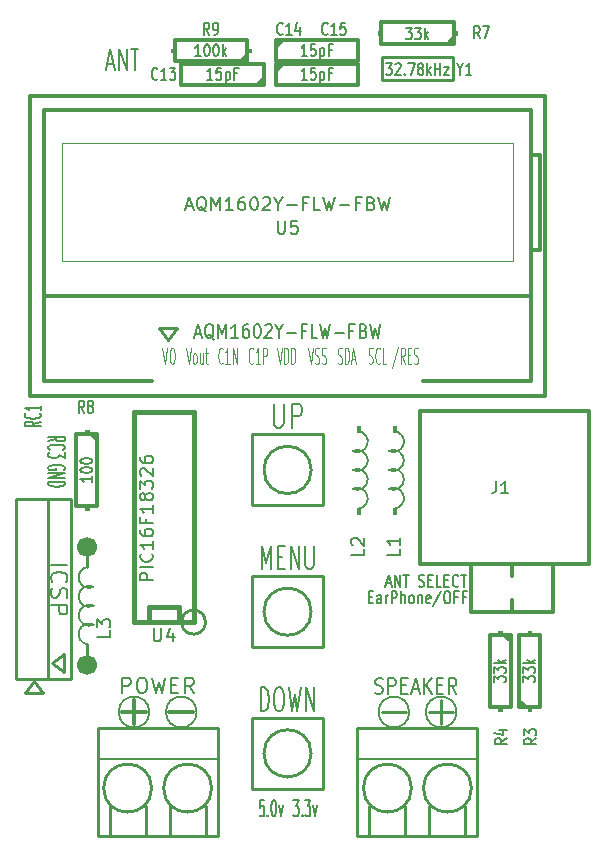
<source format=gto>
G04 #@! TF.GenerationSoftware,KiCad,Pcbnew,7.0.8*
G04 #@! TF.CreationDate,2024-02-28T21:31:28+09:00*
G04 #@! TF.ProjectId,KT0913_Digital_Radio_1.2w,4b543039-3133-45f4-9469-676974616c5f,rev?*
G04 #@! TF.SameCoordinates,Original*
G04 #@! TF.FileFunction,Legend,Top*
G04 #@! TF.FilePolarity,Positive*
%FSLAX46Y46*%
G04 Gerber Fmt 4.6, Leading zero omitted, Abs format (unit mm)*
G04 Created by KiCad (PCBNEW 7.0.8) date 2024-02-28 21:31:28*
%MOMM*%
%LPD*%
G01*
G04 APERTURE LIST*
%ADD10C,0.150000*%
%ADD11C,0.250000*%
%ADD12C,0.200000*%
%ADD13C,0.120000*%
%ADD14C,0.381000*%
%ADD15C,0.300000*%
%ADD16C,0.304800*%
%ADD17C,0.010000*%
%ADD18C,0.254000*%
%ADD19C,0.100000*%
%ADD20C,1.700000*%
G04 APERTURE END LIST*
D10*
X133300000Y-109500000D02*
G75*
G03*
X133300000Y-109500000I-1300000J0D01*
G01*
X137300000Y-109500000D02*
G75*
G03*
X137300000Y-109500000I-1300000J0D01*
G01*
D11*
X136000000Y-110500000D02*
X136000000Y-108500000D01*
X135000000Y-109500000D02*
X137000000Y-109500000D01*
X131000000Y-109500000D02*
X133000000Y-109500000D01*
D10*
X129859160Y-99766009D02*
X130125826Y-99766009D01*
X130240112Y-100289819D02*
X129859160Y-100289819D01*
X129859160Y-100289819D02*
X129859160Y-99289819D01*
X129859160Y-99289819D02*
X130240112Y-99289819D01*
X130925827Y-100289819D02*
X130925827Y-99766009D01*
X130925827Y-99766009D02*
X130887732Y-99670771D01*
X130887732Y-99670771D02*
X130811541Y-99623152D01*
X130811541Y-99623152D02*
X130659160Y-99623152D01*
X130659160Y-99623152D02*
X130582970Y-99670771D01*
X130925827Y-100242200D02*
X130849636Y-100289819D01*
X130849636Y-100289819D02*
X130659160Y-100289819D01*
X130659160Y-100289819D02*
X130582970Y-100242200D01*
X130582970Y-100242200D02*
X130544874Y-100146961D01*
X130544874Y-100146961D02*
X130544874Y-100051723D01*
X130544874Y-100051723D02*
X130582970Y-99956485D01*
X130582970Y-99956485D02*
X130659160Y-99908866D01*
X130659160Y-99908866D02*
X130849636Y-99908866D01*
X130849636Y-99908866D02*
X130925827Y-99861247D01*
X131306780Y-100289819D02*
X131306780Y-99623152D01*
X131306780Y-99813628D02*
X131344875Y-99718390D01*
X131344875Y-99718390D02*
X131382970Y-99670771D01*
X131382970Y-99670771D02*
X131459161Y-99623152D01*
X131459161Y-99623152D02*
X131535351Y-99623152D01*
X131802018Y-100289819D02*
X131802018Y-99289819D01*
X131802018Y-99289819D02*
X132106780Y-99289819D01*
X132106780Y-99289819D02*
X132182970Y-99337438D01*
X132182970Y-99337438D02*
X132221065Y-99385057D01*
X132221065Y-99385057D02*
X132259161Y-99480295D01*
X132259161Y-99480295D02*
X132259161Y-99623152D01*
X132259161Y-99623152D02*
X132221065Y-99718390D01*
X132221065Y-99718390D02*
X132182970Y-99766009D01*
X132182970Y-99766009D02*
X132106780Y-99813628D01*
X132106780Y-99813628D02*
X131802018Y-99813628D01*
X132602018Y-100289819D02*
X132602018Y-99289819D01*
X132944875Y-100289819D02*
X132944875Y-99766009D01*
X132944875Y-99766009D02*
X132906780Y-99670771D01*
X132906780Y-99670771D02*
X132830589Y-99623152D01*
X132830589Y-99623152D02*
X132716303Y-99623152D01*
X132716303Y-99623152D02*
X132640113Y-99670771D01*
X132640113Y-99670771D02*
X132602018Y-99718390D01*
X133440113Y-100289819D02*
X133363923Y-100242200D01*
X133363923Y-100242200D02*
X133325828Y-100194580D01*
X133325828Y-100194580D02*
X133287732Y-100099342D01*
X133287732Y-100099342D02*
X133287732Y-99813628D01*
X133287732Y-99813628D02*
X133325828Y-99718390D01*
X133325828Y-99718390D02*
X133363923Y-99670771D01*
X133363923Y-99670771D02*
X133440113Y-99623152D01*
X133440113Y-99623152D02*
X133554399Y-99623152D01*
X133554399Y-99623152D02*
X133630590Y-99670771D01*
X133630590Y-99670771D02*
X133668685Y-99718390D01*
X133668685Y-99718390D02*
X133706780Y-99813628D01*
X133706780Y-99813628D02*
X133706780Y-100099342D01*
X133706780Y-100099342D02*
X133668685Y-100194580D01*
X133668685Y-100194580D02*
X133630590Y-100242200D01*
X133630590Y-100242200D02*
X133554399Y-100289819D01*
X133554399Y-100289819D02*
X133440113Y-100289819D01*
X134049638Y-99623152D02*
X134049638Y-100289819D01*
X134049638Y-99718390D02*
X134087733Y-99670771D01*
X134087733Y-99670771D02*
X134163923Y-99623152D01*
X134163923Y-99623152D02*
X134278209Y-99623152D01*
X134278209Y-99623152D02*
X134354400Y-99670771D01*
X134354400Y-99670771D02*
X134392495Y-99766009D01*
X134392495Y-99766009D02*
X134392495Y-100289819D01*
X135078210Y-100242200D02*
X135002019Y-100289819D01*
X135002019Y-100289819D02*
X134849638Y-100289819D01*
X134849638Y-100289819D02*
X134773448Y-100242200D01*
X134773448Y-100242200D02*
X134735352Y-100146961D01*
X134735352Y-100146961D02*
X134735352Y-99766009D01*
X134735352Y-99766009D02*
X134773448Y-99670771D01*
X134773448Y-99670771D02*
X134849638Y-99623152D01*
X134849638Y-99623152D02*
X135002019Y-99623152D01*
X135002019Y-99623152D02*
X135078210Y-99670771D01*
X135078210Y-99670771D02*
X135116305Y-99766009D01*
X135116305Y-99766009D02*
X135116305Y-99861247D01*
X135116305Y-99861247D02*
X134735352Y-99956485D01*
X136030590Y-99242200D02*
X135344876Y-100527914D01*
X136449638Y-99289819D02*
X136602019Y-99289819D01*
X136602019Y-99289819D02*
X136678209Y-99337438D01*
X136678209Y-99337438D02*
X136754400Y-99432676D01*
X136754400Y-99432676D02*
X136792495Y-99623152D01*
X136792495Y-99623152D02*
X136792495Y-99956485D01*
X136792495Y-99956485D02*
X136754400Y-100146961D01*
X136754400Y-100146961D02*
X136678209Y-100242200D01*
X136678209Y-100242200D02*
X136602019Y-100289819D01*
X136602019Y-100289819D02*
X136449638Y-100289819D01*
X136449638Y-100289819D02*
X136373447Y-100242200D01*
X136373447Y-100242200D02*
X136297257Y-100146961D01*
X136297257Y-100146961D02*
X136259161Y-99956485D01*
X136259161Y-99956485D02*
X136259161Y-99623152D01*
X136259161Y-99623152D02*
X136297257Y-99432676D01*
X136297257Y-99432676D02*
X136373447Y-99337438D01*
X136373447Y-99337438D02*
X136449638Y-99289819D01*
X137402018Y-99766009D02*
X137135352Y-99766009D01*
X137135352Y-100289819D02*
X137135352Y-99289819D01*
X137135352Y-99289819D02*
X137516304Y-99289819D01*
X138087732Y-99766009D02*
X137821066Y-99766009D01*
X137821066Y-100289819D02*
X137821066Y-99289819D01*
X137821066Y-99289819D02*
X138202018Y-99289819D01*
D12*
X111661904Y-102398480D02*
X111661904Y-103288957D01*
X111661904Y-103288957D02*
X111714285Y-103393719D01*
X111714285Y-103393719D02*
X111766666Y-103446100D01*
X111766666Y-103446100D02*
X111871428Y-103498480D01*
X111871428Y-103498480D02*
X112080952Y-103498480D01*
X112080952Y-103498480D02*
X112185714Y-103446100D01*
X112185714Y-103446100D02*
X112238095Y-103393719D01*
X112238095Y-103393719D02*
X112290476Y-103288957D01*
X112290476Y-103288957D02*
X112290476Y-102398480D01*
X113285714Y-102765147D02*
X113285714Y-103498480D01*
X113023809Y-102346100D02*
X112761904Y-103131814D01*
X112761904Y-103131814D02*
X113442857Y-103131814D01*
X111598480Y-98338095D02*
X110498480Y-98338095D01*
X110498480Y-98338095D02*
X110498480Y-97919047D01*
X110498480Y-97919047D02*
X110550861Y-97814285D01*
X110550861Y-97814285D02*
X110603242Y-97761904D01*
X110603242Y-97761904D02*
X110708004Y-97709523D01*
X110708004Y-97709523D02*
X110865147Y-97709523D01*
X110865147Y-97709523D02*
X110969909Y-97761904D01*
X110969909Y-97761904D02*
X111022290Y-97814285D01*
X111022290Y-97814285D02*
X111074671Y-97919047D01*
X111074671Y-97919047D02*
X111074671Y-98338095D01*
X111598480Y-97238095D02*
X110498480Y-97238095D01*
X111493719Y-96085713D02*
X111546100Y-96138094D01*
X111546100Y-96138094D02*
X111598480Y-96295237D01*
X111598480Y-96295237D02*
X111598480Y-96399999D01*
X111598480Y-96399999D02*
X111546100Y-96557142D01*
X111546100Y-96557142D02*
X111441338Y-96661904D01*
X111441338Y-96661904D02*
X111336576Y-96714285D01*
X111336576Y-96714285D02*
X111127052Y-96766666D01*
X111127052Y-96766666D02*
X110969909Y-96766666D01*
X110969909Y-96766666D02*
X110760385Y-96714285D01*
X110760385Y-96714285D02*
X110655623Y-96661904D01*
X110655623Y-96661904D02*
X110550861Y-96557142D01*
X110550861Y-96557142D02*
X110498480Y-96399999D01*
X110498480Y-96399999D02*
X110498480Y-96295237D01*
X110498480Y-96295237D02*
X110550861Y-96138094D01*
X110550861Y-96138094D02*
X110603242Y-96085713D01*
X111598480Y-95038094D02*
X111598480Y-95666666D01*
X111598480Y-95352380D02*
X110498480Y-95352380D01*
X110498480Y-95352380D02*
X110655623Y-95457142D01*
X110655623Y-95457142D02*
X110760385Y-95561904D01*
X110760385Y-95561904D02*
X110812766Y-95666666D01*
X110498480Y-94095237D02*
X110498480Y-94304761D01*
X110498480Y-94304761D02*
X110550861Y-94409523D01*
X110550861Y-94409523D02*
X110603242Y-94461904D01*
X110603242Y-94461904D02*
X110760385Y-94566666D01*
X110760385Y-94566666D02*
X110969909Y-94619047D01*
X110969909Y-94619047D02*
X111388957Y-94619047D01*
X111388957Y-94619047D02*
X111493719Y-94566666D01*
X111493719Y-94566666D02*
X111546100Y-94514285D01*
X111546100Y-94514285D02*
X111598480Y-94409523D01*
X111598480Y-94409523D02*
X111598480Y-94199999D01*
X111598480Y-94199999D02*
X111546100Y-94095237D01*
X111546100Y-94095237D02*
X111493719Y-94042856D01*
X111493719Y-94042856D02*
X111388957Y-93990475D01*
X111388957Y-93990475D02*
X111127052Y-93990475D01*
X111127052Y-93990475D02*
X111022290Y-94042856D01*
X111022290Y-94042856D02*
X110969909Y-94095237D01*
X110969909Y-94095237D02*
X110917528Y-94199999D01*
X110917528Y-94199999D02*
X110917528Y-94409523D01*
X110917528Y-94409523D02*
X110969909Y-94514285D01*
X110969909Y-94514285D02*
X111022290Y-94566666D01*
X111022290Y-94566666D02*
X111127052Y-94619047D01*
X111022290Y-93152380D02*
X111022290Y-93519047D01*
X111598480Y-93519047D02*
X110498480Y-93519047D01*
X110498480Y-93519047D02*
X110498480Y-92995237D01*
X111598480Y-91999999D02*
X111598480Y-92628571D01*
X111598480Y-92314285D02*
X110498480Y-92314285D01*
X110498480Y-92314285D02*
X110655623Y-92419047D01*
X110655623Y-92419047D02*
X110760385Y-92523809D01*
X110760385Y-92523809D02*
X110812766Y-92628571D01*
X110969909Y-91371428D02*
X110917528Y-91476190D01*
X110917528Y-91476190D02*
X110865147Y-91528571D01*
X110865147Y-91528571D02*
X110760385Y-91580952D01*
X110760385Y-91580952D02*
X110708004Y-91580952D01*
X110708004Y-91580952D02*
X110603242Y-91528571D01*
X110603242Y-91528571D02*
X110550861Y-91476190D01*
X110550861Y-91476190D02*
X110498480Y-91371428D01*
X110498480Y-91371428D02*
X110498480Y-91161904D01*
X110498480Y-91161904D02*
X110550861Y-91057142D01*
X110550861Y-91057142D02*
X110603242Y-91004761D01*
X110603242Y-91004761D02*
X110708004Y-90952380D01*
X110708004Y-90952380D02*
X110760385Y-90952380D01*
X110760385Y-90952380D02*
X110865147Y-91004761D01*
X110865147Y-91004761D02*
X110917528Y-91057142D01*
X110917528Y-91057142D02*
X110969909Y-91161904D01*
X110969909Y-91161904D02*
X110969909Y-91371428D01*
X110969909Y-91371428D02*
X111022290Y-91476190D01*
X111022290Y-91476190D02*
X111074671Y-91528571D01*
X111074671Y-91528571D02*
X111179433Y-91580952D01*
X111179433Y-91580952D02*
X111388957Y-91580952D01*
X111388957Y-91580952D02*
X111493719Y-91528571D01*
X111493719Y-91528571D02*
X111546100Y-91476190D01*
X111546100Y-91476190D02*
X111598480Y-91371428D01*
X111598480Y-91371428D02*
X111598480Y-91161904D01*
X111598480Y-91161904D02*
X111546100Y-91057142D01*
X111546100Y-91057142D02*
X111493719Y-91004761D01*
X111493719Y-91004761D02*
X111388957Y-90952380D01*
X111388957Y-90952380D02*
X111179433Y-90952380D01*
X111179433Y-90952380D02*
X111074671Y-91004761D01*
X111074671Y-91004761D02*
X111022290Y-91057142D01*
X111022290Y-91057142D02*
X110969909Y-91161904D01*
X110498480Y-90585714D02*
X110498480Y-89904761D01*
X110498480Y-89904761D02*
X110917528Y-90271428D01*
X110917528Y-90271428D02*
X110917528Y-90114285D01*
X110917528Y-90114285D02*
X110969909Y-90009523D01*
X110969909Y-90009523D02*
X111022290Y-89957142D01*
X111022290Y-89957142D02*
X111127052Y-89904761D01*
X111127052Y-89904761D02*
X111388957Y-89904761D01*
X111388957Y-89904761D02*
X111493719Y-89957142D01*
X111493719Y-89957142D02*
X111546100Y-90009523D01*
X111546100Y-90009523D02*
X111598480Y-90114285D01*
X111598480Y-90114285D02*
X111598480Y-90428571D01*
X111598480Y-90428571D02*
X111546100Y-90533333D01*
X111546100Y-90533333D02*
X111493719Y-90585714D01*
X110603242Y-89485714D02*
X110550861Y-89433333D01*
X110550861Y-89433333D02*
X110498480Y-89328571D01*
X110498480Y-89328571D02*
X110498480Y-89066666D01*
X110498480Y-89066666D02*
X110550861Y-88961904D01*
X110550861Y-88961904D02*
X110603242Y-88909523D01*
X110603242Y-88909523D02*
X110708004Y-88857142D01*
X110708004Y-88857142D02*
X110812766Y-88857142D01*
X110812766Y-88857142D02*
X110969909Y-88909523D01*
X110969909Y-88909523D02*
X111598480Y-89538095D01*
X111598480Y-89538095D02*
X111598480Y-88857142D01*
X110498480Y-87914285D02*
X110498480Y-88123809D01*
X110498480Y-88123809D02*
X110550861Y-88228571D01*
X110550861Y-88228571D02*
X110603242Y-88280952D01*
X110603242Y-88280952D02*
X110760385Y-88385714D01*
X110760385Y-88385714D02*
X110969909Y-88438095D01*
X110969909Y-88438095D02*
X111388957Y-88438095D01*
X111388957Y-88438095D02*
X111493719Y-88385714D01*
X111493719Y-88385714D02*
X111546100Y-88333333D01*
X111546100Y-88333333D02*
X111598480Y-88228571D01*
X111598480Y-88228571D02*
X111598480Y-88019047D01*
X111598480Y-88019047D02*
X111546100Y-87914285D01*
X111546100Y-87914285D02*
X111493719Y-87861904D01*
X111493719Y-87861904D02*
X111388957Y-87809523D01*
X111388957Y-87809523D02*
X111127052Y-87809523D01*
X111127052Y-87809523D02*
X111022290Y-87861904D01*
X111022290Y-87861904D02*
X110969909Y-87914285D01*
X110969909Y-87914285D02*
X110917528Y-88019047D01*
X110917528Y-88019047D02*
X110917528Y-88228571D01*
X110917528Y-88228571D02*
X110969909Y-88333333D01*
X110969909Y-88333333D02*
X111022290Y-88385714D01*
X111022290Y-88385714D02*
X111127052Y-88438095D01*
X120800000Y-97414838D02*
X120800000Y-95414838D01*
X120800000Y-95414838D02*
X121200000Y-96843409D01*
X121200000Y-96843409D02*
X121600000Y-95414838D01*
X121600000Y-95414838D02*
X121600000Y-97414838D01*
X122171429Y-96367219D02*
X122571429Y-96367219D01*
X122742857Y-97414838D02*
X122171429Y-97414838D01*
X122171429Y-97414838D02*
X122171429Y-95414838D01*
X122171429Y-95414838D02*
X122742857Y-95414838D01*
X123257143Y-97414838D02*
X123257143Y-95414838D01*
X123257143Y-95414838D02*
X123942857Y-97414838D01*
X123942857Y-97414838D02*
X123942857Y-95414838D01*
X124514286Y-95414838D02*
X124514286Y-97033885D01*
X124514286Y-97033885D02*
X124571429Y-97224361D01*
X124571429Y-97224361D02*
X124628572Y-97319600D01*
X124628572Y-97319600D02*
X124742857Y-97414838D01*
X124742857Y-97414838D02*
X124971429Y-97414838D01*
X124971429Y-97414838D02*
X125085714Y-97319600D01*
X125085714Y-97319600D02*
X125142857Y-97224361D01*
X125142857Y-97224361D02*
X125200000Y-97033885D01*
X125200000Y-97033885D02*
X125200000Y-95414838D01*
X107742857Y-54608028D02*
X108266667Y-54608028D01*
X107638095Y-55122314D02*
X108004762Y-53322314D01*
X108004762Y-53322314D02*
X108371429Y-55122314D01*
X108738095Y-55122314D02*
X108738095Y-53322314D01*
X108738095Y-53322314D02*
X109366667Y-55122314D01*
X109366667Y-55122314D02*
X109366667Y-53322314D01*
X109733333Y-53322314D02*
X110361905Y-53322314D01*
X110047619Y-55122314D02*
X110047619Y-53322314D01*
D10*
X131367618Y-98599104D02*
X131748571Y-98599104D01*
X131291428Y-98884819D02*
X131558095Y-97884819D01*
X131558095Y-97884819D02*
X131824761Y-98884819D01*
X132091428Y-98884819D02*
X132091428Y-97884819D01*
X132091428Y-97884819D02*
X132548571Y-98884819D01*
X132548571Y-98884819D02*
X132548571Y-97884819D01*
X132815237Y-97884819D02*
X133272380Y-97884819D01*
X133043808Y-98884819D02*
X133043808Y-97884819D01*
X134110475Y-98837200D02*
X134224761Y-98884819D01*
X134224761Y-98884819D02*
X134415237Y-98884819D01*
X134415237Y-98884819D02*
X134491428Y-98837200D01*
X134491428Y-98837200D02*
X134529523Y-98789580D01*
X134529523Y-98789580D02*
X134567618Y-98694342D01*
X134567618Y-98694342D02*
X134567618Y-98599104D01*
X134567618Y-98599104D02*
X134529523Y-98503866D01*
X134529523Y-98503866D02*
X134491428Y-98456247D01*
X134491428Y-98456247D02*
X134415237Y-98408628D01*
X134415237Y-98408628D02*
X134262856Y-98361009D01*
X134262856Y-98361009D02*
X134186666Y-98313390D01*
X134186666Y-98313390D02*
X134148571Y-98265771D01*
X134148571Y-98265771D02*
X134110475Y-98170533D01*
X134110475Y-98170533D02*
X134110475Y-98075295D01*
X134110475Y-98075295D02*
X134148571Y-97980057D01*
X134148571Y-97980057D02*
X134186666Y-97932438D01*
X134186666Y-97932438D02*
X134262856Y-97884819D01*
X134262856Y-97884819D02*
X134453333Y-97884819D01*
X134453333Y-97884819D02*
X134567618Y-97932438D01*
X134910476Y-98361009D02*
X135177142Y-98361009D01*
X135291428Y-98884819D02*
X134910476Y-98884819D01*
X134910476Y-98884819D02*
X134910476Y-97884819D01*
X134910476Y-97884819D02*
X135291428Y-97884819D01*
X136015238Y-98884819D02*
X135634286Y-98884819D01*
X135634286Y-98884819D02*
X135634286Y-97884819D01*
X136281905Y-98361009D02*
X136548571Y-98361009D01*
X136662857Y-98884819D02*
X136281905Y-98884819D01*
X136281905Y-98884819D02*
X136281905Y-97884819D01*
X136281905Y-97884819D02*
X136662857Y-97884819D01*
X137462858Y-98789580D02*
X137424762Y-98837200D01*
X137424762Y-98837200D02*
X137310477Y-98884819D01*
X137310477Y-98884819D02*
X137234286Y-98884819D01*
X137234286Y-98884819D02*
X137120000Y-98837200D01*
X137120000Y-98837200D02*
X137043810Y-98741961D01*
X137043810Y-98741961D02*
X137005715Y-98646723D01*
X137005715Y-98646723D02*
X136967619Y-98456247D01*
X136967619Y-98456247D02*
X136967619Y-98313390D01*
X136967619Y-98313390D02*
X137005715Y-98122914D01*
X137005715Y-98122914D02*
X137043810Y-98027676D01*
X137043810Y-98027676D02*
X137120000Y-97932438D01*
X137120000Y-97932438D02*
X137234286Y-97884819D01*
X137234286Y-97884819D02*
X137310477Y-97884819D01*
X137310477Y-97884819D02*
X137424762Y-97932438D01*
X137424762Y-97932438D02*
X137462858Y-97980057D01*
X137691429Y-97884819D02*
X138148572Y-97884819D01*
X137920000Y-98884819D02*
X137920000Y-97884819D01*
X102760133Y-86583333D02*
X103426800Y-86350000D01*
X102760133Y-86183333D02*
X104160133Y-86183333D01*
X104160133Y-86183333D02*
X104160133Y-86450000D01*
X104160133Y-86450000D02*
X104093466Y-86516667D01*
X104093466Y-86516667D02*
X104026800Y-86550000D01*
X104026800Y-86550000D02*
X103893466Y-86583333D01*
X103893466Y-86583333D02*
X103693466Y-86583333D01*
X103693466Y-86583333D02*
X103560133Y-86550000D01*
X103560133Y-86550000D02*
X103493466Y-86516667D01*
X103493466Y-86516667D02*
X103426800Y-86450000D01*
X103426800Y-86450000D02*
X103426800Y-86183333D01*
X102893466Y-87283333D02*
X102826800Y-87250000D01*
X102826800Y-87250000D02*
X102760133Y-87150000D01*
X102760133Y-87150000D02*
X102760133Y-87083333D01*
X102760133Y-87083333D02*
X102826800Y-86983333D01*
X102826800Y-86983333D02*
X102960133Y-86916667D01*
X102960133Y-86916667D02*
X103093466Y-86883333D01*
X103093466Y-86883333D02*
X103360133Y-86850000D01*
X103360133Y-86850000D02*
X103560133Y-86850000D01*
X103560133Y-86850000D02*
X103826800Y-86883333D01*
X103826800Y-86883333D02*
X103960133Y-86916667D01*
X103960133Y-86916667D02*
X104093466Y-86983333D01*
X104093466Y-86983333D02*
X104160133Y-87083333D01*
X104160133Y-87083333D02*
X104160133Y-87150000D01*
X104160133Y-87150000D02*
X104093466Y-87250000D01*
X104093466Y-87250000D02*
X104026800Y-87283333D01*
X104160133Y-87516667D02*
X104160133Y-87950000D01*
X104160133Y-87950000D02*
X103626800Y-87716667D01*
X103626800Y-87716667D02*
X103626800Y-87816667D01*
X103626800Y-87816667D02*
X103560133Y-87883333D01*
X103560133Y-87883333D02*
X103493466Y-87916667D01*
X103493466Y-87916667D02*
X103360133Y-87950000D01*
X103360133Y-87950000D02*
X103026800Y-87950000D01*
X103026800Y-87950000D02*
X102893466Y-87916667D01*
X102893466Y-87916667D02*
X102826800Y-87883333D01*
X102826800Y-87883333D02*
X102760133Y-87816667D01*
X102760133Y-87816667D02*
X102760133Y-87616667D01*
X102760133Y-87616667D02*
X102826800Y-87550000D01*
X102826800Y-87550000D02*
X102893466Y-87516667D01*
X121000000Y-116939866D02*
X120666666Y-116939866D01*
X120666666Y-116939866D02*
X120633333Y-117606533D01*
X120633333Y-117606533D02*
X120666666Y-117539866D01*
X120666666Y-117539866D02*
X120733333Y-117473200D01*
X120733333Y-117473200D02*
X120900000Y-117473200D01*
X120900000Y-117473200D02*
X120966666Y-117539866D01*
X120966666Y-117539866D02*
X121000000Y-117606533D01*
X121000000Y-117606533D02*
X121033333Y-117739866D01*
X121033333Y-117739866D02*
X121033333Y-118073200D01*
X121033333Y-118073200D02*
X121000000Y-118206533D01*
X121000000Y-118206533D02*
X120966666Y-118273200D01*
X120966666Y-118273200D02*
X120900000Y-118339866D01*
X120900000Y-118339866D02*
X120733333Y-118339866D01*
X120733333Y-118339866D02*
X120666666Y-118273200D01*
X120666666Y-118273200D02*
X120633333Y-118206533D01*
X121333333Y-118206533D02*
X121366667Y-118273200D01*
X121366667Y-118273200D02*
X121333333Y-118339866D01*
X121333333Y-118339866D02*
X121300000Y-118273200D01*
X121300000Y-118273200D02*
X121333333Y-118206533D01*
X121333333Y-118206533D02*
X121333333Y-118339866D01*
X121800000Y-116939866D02*
X121866666Y-116939866D01*
X121866666Y-116939866D02*
X121933333Y-117006533D01*
X121933333Y-117006533D02*
X121966666Y-117073200D01*
X121966666Y-117073200D02*
X122000000Y-117206533D01*
X122000000Y-117206533D02*
X122033333Y-117473200D01*
X122033333Y-117473200D02*
X122033333Y-117806533D01*
X122033333Y-117806533D02*
X122000000Y-118073200D01*
X122000000Y-118073200D02*
X121966666Y-118206533D01*
X121966666Y-118206533D02*
X121933333Y-118273200D01*
X121933333Y-118273200D02*
X121866666Y-118339866D01*
X121866666Y-118339866D02*
X121800000Y-118339866D01*
X121800000Y-118339866D02*
X121733333Y-118273200D01*
X121733333Y-118273200D02*
X121700000Y-118206533D01*
X121700000Y-118206533D02*
X121666666Y-118073200D01*
X121666666Y-118073200D02*
X121633333Y-117806533D01*
X121633333Y-117806533D02*
X121633333Y-117473200D01*
X121633333Y-117473200D02*
X121666666Y-117206533D01*
X121666666Y-117206533D02*
X121700000Y-117073200D01*
X121700000Y-117073200D02*
X121733333Y-117006533D01*
X121733333Y-117006533D02*
X121800000Y-116939866D01*
X122266667Y-117406533D02*
X122433333Y-118339866D01*
X122433333Y-118339866D02*
X122600000Y-117406533D01*
X144054819Y-111733332D02*
X143578628Y-111999999D01*
X144054819Y-112190475D02*
X143054819Y-112190475D01*
X143054819Y-112190475D02*
X143054819Y-111885713D01*
X143054819Y-111885713D02*
X143102438Y-111809523D01*
X143102438Y-111809523D02*
X143150057Y-111771428D01*
X143150057Y-111771428D02*
X143245295Y-111733332D01*
X143245295Y-111733332D02*
X143388152Y-111733332D01*
X143388152Y-111733332D02*
X143483390Y-111771428D01*
X143483390Y-111771428D02*
X143531009Y-111809523D01*
X143531009Y-111809523D02*
X143578628Y-111885713D01*
X143578628Y-111885713D02*
X143578628Y-112190475D01*
X143054819Y-111466666D02*
X143054819Y-110971428D01*
X143054819Y-110971428D02*
X143435771Y-111238094D01*
X143435771Y-111238094D02*
X143435771Y-111123809D01*
X143435771Y-111123809D02*
X143483390Y-111047618D01*
X143483390Y-111047618D02*
X143531009Y-111009523D01*
X143531009Y-111009523D02*
X143626247Y-110971428D01*
X143626247Y-110971428D02*
X143864342Y-110971428D01*
X143864342Y-110971428D02*
X143959580Y-111009523D01*
X143959580Y-111009523D02*
X144007200Y-111047618D01*
X144007200Y-111047618D02*
X144054819Y-111123809D01*
X144054819Y-111123809D02*
X144054819Y-111352380D01*
X144054819Y-111352380D02*
X144007200Y-111428571D01*
X144007200Y-111428571D02*
X143959580Y-111466666D01*
X142954819Y-106971428D02*
X142954819Y-106476190D01*
X142954819Y-106476190D02*
X143335771Y-106742856D01*
X143335771Y-106742856D02*
X143335771Y-106628571D01*
X143335771Y-106628571D02*
X143383390Y-106552380D01*
X143383390Y-106552380D02*
X143431009Y-106514285D01*
X143431009Y-106514285D02*
X143526247Y-106476190D01*
X143526247Y-106476190D02*
X143764342Y-106476190D01*
X143764342Y-106476190D02*
X143859580Y-106514285D01*
X143859580Y-106514285D02*
X143907200Y-106552380D01*
X143907200Y-106552380D02*
X143954819Y-106628571D01*
X143954819Y-106628571D02*
X143954819Y-106857142D01*
X143954819Y-106857142D02*
X143907200Y-106933333D01*
X143907200Y-106933333D02*
X143859580Y-106971428D01*
X142954819Y-106209523D02*
X142954819Y-105714285D01*
X142954819Y-105714285D02*
X143335771Y-105980951D01*
X143335771Y-105980951D02*
X143335771Y-105866666D01*
X143335771Y-105866666D02*
X143383390Y-105790475D01*
X143383390Y-105790475D02*
X143431009Y-105752380D01*
X143431009Y-105752380D02*
X143526247Y-105714285D01*
X143526247Y-105714285D02*
X143764342Y-105714285D01*
X143764342Y-105714285D02*
X143859580Y-105752380D01*
X143859580Y-105752380D02*
X143907200Y-105790475D01*
X143907200Y-105790475D02*
X143954819Y-105866666D01*
X143954819Y-105866666D02*
X143954819Y-106095237D01*
X143954819Y-106095237D02*
X143907200Y-106171428D01*
X143907200Y-106171428D02*
X143859580Y-106209523D01*
X143954819Y-105371427D02*
X142954819Y-105371427D01*
X143573866Y-105295237D02*
X143954819Y-105066665D01*
X143288152Y-105066665D02*
X143669104Y-105371427D01*
D12*
X132498480Y-95683332D02*
X132498480Y-96207142D01*
X132498480Y-96207142D02*
X131398480Y-96207142D01*
X132498480Y-94740475D02*
X132498480Y-95369047D01*
X132498480Y-95054761D02*
X131398480Y-95054761D01*
X131398480Y-95054761D02*
X131555623Y-95159523D01*
X131555623Y-95159523D02*
X131660385Y-95264285D01*
X131660385Y-95264285D02*
X131712766Y-95369047D01*
X120742857Y-109414838D02*
X120742857Y-107414838D01*
X120742857Y-107414838D02*
X121028571Y-107414838D01*
X121028571Y-107414838D02*
X121200000Y-107510076D01*
X121200000Y-107510076D02*
X121314285Y-107700552D01*
X121314285Y-107700552D02*
X121371428Y-107891028D01*
X121371428Y-107891028D02*
X121428571Y-108271980D01*
X121428571Y-108271980D02*
X121428571Y-108557695D01*
X121428571Y-108557695D02*
X121371428Y-108938647D01*
X121371428Y-108938647D02*
X121314285Y-109129123D01*
X121314285Y-109129123D02*
X121200000Y-109319600D01*
X121200000Y-109319600D02*
X121028571Y-109414838D01*
X121028571Y-109414838D02*
X120742857Y-109414838D01*
X122171428Y-107414838D02*
X122400000Y-107414838D01*
X122400000Y-107414838D02*
X122514285Y-107510076D01*
X122514285Y-107510076D02*
X122628571Y-107700552D01*
X122628571Y-107700552D02*
X122685714Y-108081504D01*
X122685714Y-108081504D02*
X122685714Y-108748171D01*
X122685714Y-108748171D02*
X122628571Y-109129123D01*
X122628571Y-109129123D02*
X122514285Y-109319600D01*
X122514285Y-109319600D02*
X122400000Y-109414838D01*
X122400000Y-109414838D02*
X122171428Y-109414838D01*
X122171428Y-109414838D02*
X122057143Y-109319600D01*
X122057143Y-109319600D02*
X121942857Y-109129123D01*
X121942857Y-109129123D02*
X121885714Y-108748171D01*
X121885714Y-108748171D02*
X121885714Y-108081504D01*
X121885714Y-108081504D02*
X121942857Y-107700552D01*
X121942857Y-107700552D02*
X122057143Y-107510076D01*
X122057143Y-107510076D02*
X122171428Y-107414838D01*
X123085714Y-107414838D02*
X123371428Y-109414838D01*
X123371428Y-109414838D02*
X123600000Y-107986266D01*
X123600000Y-107986266D02*
X123828571Y-109414838D01*
X123828571Y-109414838D02*
X124114286Y-107414838D01*
X124571429Y-109414838D02*
X124571429Y-107414838D01*
X124571429Y-107414838D02*
X125257143Y-109414838D01*
X125257143Y-109414838D02*
X125257143Y-107414838D01*
X129498480Y-95683332D02*
X129498480Y-96207142D01*
X129498480Y-96207142D02*
X128398480Y-96207142D01*
X128503242Y-95369047D02*
X128450861Y-95316666D01*
X128450861Y-95316666D02*
X128398480Y-95211904D01*
X128398480Y-95211904D02*
X128398480Y-94949999D01*
X128398480Y-94949999D02*
X128450861Y-94845237D01*
X128450861Y-94845237D02*
X128503242Y-94792856D01*
X128503242Y-94792856D02*
X128608004Y-94740475D01*
X128608004Y-94740475D02*
X128712766Y-94740475D01*
X128712766Y-94740475D02*
X128869909Y-94792856D01*
X128869909Y-94792856D02*
X129498480Y-95421428D01*
X129498480Y-95421428D02*
X129498480Y-94740475D01*
D10*
X137619048Y-55078628D02*
X137619048Y-55554819D01*
X137352381Y-54554819D02*
X137619048Y-55078628D01*
X137619048Y-55078628D02*
X137885714Y-54554819D01*
X138571428Y-55554819D02*
X138114285Y-55554819D01*
X138342857Y-55554819D02*
X138342857Y-54554819D01*
X138342857Y-54554819D02*
X138266666Y-54697676D01*
X138266666Y-54697676D02*
X138190476Y-54792914D01*
X138190476Y-54792914D02*
X138114285Y-54840533D01*
X131333333Y-54554819D02*
X131828571Y-54554819D01*
X131828571Y-54554819D02*
X131561905Y-54935771D01*
X131561905Y-54935771D02*
X131676190Y-54935771D01*
X131676190Y-54935771D02*
X131752381Y-54983390D01*
X131752381Y-54983390D02*
X131790476Y-55031009D01*
X131790476Y-55031009D02*
X131828571Y-55126247D01*
X131828571Y-55126247D02*
X131828571Y-55364342D01*
X131828571Y-55364342D02*
X131790476Y-55459580D01*
X131790476Y-55459580D02*
X131752381Y-55507200D01*
X131752381Y-55507200D02*
X131676190Y-55554819D01*
X131676190Y-55554819D02*
X131447619Y-55554819D01*
X131447619Y-55554819D02*
X131371428Y-55507200D01*
X131371428Y-55507200D02*
X131333333Y-55459580D01*
X132133333Y-54650057D02*
X132171429Y-54602438D01*
X132171429Y-54602438D02*
X132247619Y-54554819D01*
X132247619Y-54554819D02*
X132438095Y-54554819D01*
X132438095Y-54554819D02*
X132514286Y-54602438D01*
X132514286Y-54602438D02*
X132552381Y-54650057D01*
X132552381Y-54650057D02*
X132590476Y-54745295D01*
X132590476Y-54745295D02*
X132590476Y-54840533D01*
X132590476Y-54840533D02*
X132552381Y-54983390D01*
X132552381Y-54983390D02*
X132095238Y-55554819D01*
X132095238Y-55554819D02*
X132590476Y-55554819D01*
X132933334Y-55459580D02*
X132971429Y-55507200D01*
X132971429Y-55507200D02*
X132933334Y-55554819D01*
X132933334Y-55554819D02*
X132895238Y-55507200D01*
X132895238Y-55507200D02*
X132933334Y-55459580D01*
X132933334Y-55459580D02*
X132933334Y-55554819D01*
X133238095Y-54554819D02*
X133771429Y-54554819D01*
X133771429Y-54554819D02*
X133428571Y-55554819D01*
X134190476Y-54983390D02*
X134114286Y-54935771D01*
X134114286Y-54935771D02*
X134076191Y-54888152D01*
X134076191Y-54888152D02*
X134038095Y-54792914D01*
X134038095Y-54792914D02*
X134038095Y-54745295D01*
X134038095Y-54745295D02*
X134076191Y-54650057D01*
X134076191Y-54650057D02*
X134114286Y-54602438D01*
X134114286Y-54602438D02*
X134190476Y-54554819D01*
X134190476Y-54554819D02*
X134342857Y-54554819D01*
X134342857Y-54554819D02*
X134419048Y-54602438D01*
X134419048Y-54602438D02*
X134457143Y-54650057D01*
X134457143Y-54650057D02*
X134495238Y-54745295D01*
X134495238Y-54745295D02*
X134495238Y-54792914D01*
X134495238Y-54792914D02*
X134457143Y-54888152D01*
X134457143Y-54888152D02*
X134419048Y-54935771D01*
X134419048Y-54935771D02*
X134342857Y-54983390D01*
X134342857Y-54983390D02*
X134190476Y-54983390D01*
X134190476Y-54983390D02*
X134114286Y-55031009D01*
X134114286Y-55031009D02*
X134076191Y-55078628D01*
X134076191Y-55078628D02*
X134038095Y-55173866D01*
X134038095Y-55173866D02*
X134038095Y-55364342D01*
X134038095Y-55364342D02*
X134076191Y-55459580D01*
X134076191Y-55459580D02*
X134114286Y-55507200D01*
X134114286Y-55507200D02*
X134190476Y-55554819D01*
X134190476Y-55554819D02*
X134342857Y-55554819D01*
X134342857Y-55554819D02*
X134419048Y-55507200D01*
X134419048Y-55507200D02*
X134457143Y-55459580D01*
X134457143Y-55459580D02*
X134495238Y-55364342D01*
X134495238Y-55364342D02*
X134495238Y-55173866D01*
X134495238Y-55173866D02*
X134457143Y-55078628D01*
X134457143Y-55078628D02*
X134419048Y-55031009D01*
X134419048Y-55031009D02*
X134342857Y-54983390D01*
X134838096Y-55554819D02*
X134838096Y-54554819D01*
X134914286Y-55173866D02*
X135142858Y-55554819D01*
X135142858Y-54888152D02*
X134838096Y-55269104D01*
X135485715Y-55554819D02*
X135485715Y-54554819D01*
X135485715Y-55031009D02*
X135942858Y-55031009D01*
X135942858Y-55554819D02*
X135942858Y-54554819D01*
X136247619Y-54888152D02*
X136666667Y-54888152D01*
X136666667Y-54888152D02*
X136247619Y-55554819D01*
X136247619Y-55554819D02*
X136666667Y-55554819D01*
X139266667Y-52454819D02*
X139000000Y-51978628D01*
X138809524Y-52454819D02*
X138809524Y-51454819D01*
X138809524Y-51454819D02*
X139114286Y-51454819D01*
X139114286Y-51454819D02*
X139190476Y-51502438D01*
X139190476Y-51502438D02*
X139228571Y-51550057D01*
X139228571Y-51550057D02*
X139266667Y-51645295D01*
X139266667Y-51645295D02*
X139266667Y-51788152D01*
X139266667Y-51788152D02*
X139228571Y-51883390D01*
X139228571Y-51883390D02*
X139190476Y-51931009D01*
X139190476Y-51931009D02*
X139114286Y-51978628D01*
X139114286Y-51978628D02*
X138809524Y-51978628D01*
X139533333Y-51454819D02*
X140066667Y-51454819D01*
X140066667Y-51454819D02*
X139723809Y-52454819D01*
X133028571Y-51554819D02*
X133523809Y-51554819D01*
X133523809Y-51554819D02*
X133257143Y-51935771D01*
X133257143Y-51935771D02*
X133371428Y-51935771D01*
X133371428Y-51935771D02*
X133447619Y-51983390D01*
X133447619Y-51983390D02*
X133485714Y-52031009D01*
X133485714Y-52031009D02*
X133523809Y-52126247D01*
X133523809Y-52126247D02*
X133523809Y-52364342D01*
X133523809Y-52364342D02*
X133485714Y-52459580D01*
X133485714Y-52459580D02*
X133447619Y-52507200D01*
X133447619Y-52507200D02*
X133371428Y-52554819D01*
X133371428Y-52554819D02*
X133142857Y-52554819D01*
X133142857Y-52554819D02*
X133066666Y-52507200D01*
X133066666Y-52507200D02*
X133028571Y-52459580D01*
X133790476Y-51554819D02*
X134285714Y-51554819D01*
X134285714Y-51554819D02*
X134019048Y-51935771D01*
X134019048Y-51935771D02*
X134133333Y-51935771D01*
X134133333Y-51935771D02*
X134209524Y-51983390D01*
X134209524Y-51983390D02*
X134247619Y-52031009D01*
X134247619Y-52031009D02*
X134285714Y-52126247D01*
X134285714Y-52126247D02*
X134285714Y-52364342D01*
X134285714Y-52364342D02*
X134247619Y-52459580D01*
X134247619Y-52459580D02*
X134209524Y-52507200D01*
X134209524Y-52507200D02*
X134133333Y-52554819D01*
X134133333Y-52554819D02*
X133904762Y-52554819D01*
X133904762Y-52554819D02*
X133828571Y-52507200D01*
X133828571Y-52507200D02*
X133790476Y-52459580D01*
X134628572Y-52554819D02*
X134628572Y-51554819D01*
X134704762Y-52173866D02*
X134933334Y-52554819D01*
X134933334Y-51888152D02*
X134628572Y-52269104D01*
X102139866Y-84916666D02*
X101473200Y-85149999D01*
X102139866Y-85316666D02*
X100739866Y-85316666D01*
X100739866Y-85316666D02*
X100739866Y-85049999D01*
X100739866Y-85049999D02*
X100806533Y-84983333D01*
X100806533Y-84983333D02*
X100873200Y-84949999D01*
X100873200Y-84949999D02*
X101006533Y-84916666D01*
X101006533Y-84916666D02*
X101206533Y-84916666D01*
X101206533Y-84916666D02*
X101339866Y-84949999D01*
X101339866Y-84949999D02*
X101406533Y-84983333D01*
X101406533Y-84983333D02*
X101473200Y-85049999D01*
X101473200Y-85049999D02*
X101473200Y-85316666D01*
X102006533Y-84216666D02*
X102073200Y-84249999D01*
X102073200Y-84249999D02*
X102139866Y-84349999D01*
X102139866Y-84349999D02*
X102139866Y-84416666D01*
X102139866Y-84416666D02*
X102073200Y-84516666D01*
X102073200Y-84516666D02*
X101939866Y-84583333D01*
X101939866Y-84583333D02*
X101806533Y-84616666D01*
X101806533Y-84616666D02*
X101539866Y-84649999D01*
X101539866Y-84649999D02*
X101339866Y-84649999D01*
X101339866Y-84649999D02*
X101073200Y-84616666D01*
X101073200Y-84616666D02*
X100939866Y-84583333D01*
X100939866Y-84583333D02*
X100806533Y-84516666D01*
X100806533Y-84516666D02*
X100739866Y-84416666D01*
X100739866Y-84416666D02*
X100739866Y-84349999D01*
X100739866Y-84349999D02*
X100806533Y-84249999D01*
X100806533Y-84249999D02*
X100873200Y-84216666D01*
X102139866Y-83549999D02*
X102139866Y-83949999D01*
X102139866Y-83749999D02*
X100739866Y-83749999D01*
X100739866Y-83749999D02*
X100939866Y-83816666D01*
X100939866Y-83816666D02*
X101073200Y-83883333D01*
X101073200Y-83883333D02*
X101139866Y-83949999D01*
D12*
X121821428Y-83414838D02*
X121821428Y-85033885D01*
X121821428Y-85033885D02*
X121892857Y-85224361D01*
X121892857Y-85224361D02*
X121964286Y-85319600D01*
X121964286Y-85319600D02*
X122107143Y-85414838D01*
X122107143Y-85414838D02*
X122392857Y-85414838D01*
X122392857Y-85414838D02*
X122535714Y-85319600D01*
X122535714Y-85319600D02*
X122607143Y-85224361D01*
X122607143Y-85224361D02*
X122678571Y-85033885D01*
X122678571Y-85033885D02*
X122678571Y-83414838D01*
X123392857Y-85414838D02*
X123392857Y-83414838D01*
X123392857Y-83414838D02*
X123964286Y-83414838D01*
X123964286Y-83414838D02*
X124107143Y-83510076D01*
X124107143Y-83510076D02*
X124178572Y-83605314D01*
X124178572Y-83605314D02*
X124250000Y-83795790D01*
X124250000Y-83795790D02*
X124250000Y-84081504D01*
X124250000Y-84081504D02*
X124178572Y-84271980D01*
X124178572Y-84271980D02*
X124107143Y-84367219D01*
X124107143Y-84367219D02*
X123964286Y-84462457D01*
X123964286Y-84462457D02*
X123392857Y-84462457D01*
D10*
X111985714Y-55859580D02*
X111947618Y-55907200D01*
X111947618Y-55907200D02*
X111833333Y-55954819D01*
X111833333Y-55954819D02*
X111757142Y-55954819D01*
X111757142Y-55954819D02*
X111642856Y-55907200D01*
X111642856Y-55907200D02*
X111566666Y-55811961D01*
X111566666Y-55811961D02*
X111528571Y-55716723D01*
X111528571Y-55716723D02*
X111490475Y-55526247D01*
X111490475Y-55526247D02*
X111490475Y-55383390D01*
X111490475Y-55383390D02*
X111528571Y-55192914D01*
X111528571Y-55192914D02*
X111566666Y-55097676D01*
X111566666Y-55097676D02*
X111642856Y-55002438D01*
X111642856Y-55002438D02*
X111757142Y-54954819D01*
X111757142Y-54954819D02*
X111833333Y-54954819D01*
X111833333Y-54954819D02*
X111947618Y-55002438D01*
X111947618Y-55002438D02*
X111985714Y-55050057D01*
X112747618Y-55954819D02*
X112290475Y-55954819D01*
X112519047Y-55954819D02*
X112519047Y-54954819D01*
X112519047Y-54954819D02*
X112442856Y-55097676D01*
X112442856Y-55097676D02*
X112366666Y-55192914D01*
X112366666Y-55192914D02*
X112290475Y-55240533D01*
X113014285Y-54954819D02*
X113509523Y-54954819D01*
X113509523Y-54954819D02*
X113242857Y-55335771D01*
X113242857Y-55335771D02*
X113357142Y-55335771D01*
X113357142Y-55335771D02*
X113433333Y-55383390D01*
X113433333Y-55383390D02*
X113471428Y-55431009D01*
X113471428Y-55431009D02*
X113509523Y-55526247D01*
X113509523Y-55526247D02*
X113509523Y-55764342D01*
X113509523Y-55764342D02*
X113471428Y-55859580D01*
X113471428Y-55859580D02*
X113433333Y-55907200D01*
X113433333Y-55907200D02*
X113357142Y-55954819D01*
X113357142Y-55954819D02*
X113128571Y-55954819D01*
X113128571Y-55954819D02*
X113052380Y-55907200D01*
X113052380Y-55907200D02*
X113014285Y-55859580D01*
X116642856Y-55954819D02*
X116185713Y-55954819D01*
X116414285Y-55954819D02*
X116414285Y-54954819D01*
X116414285Y-54954819D02*
X116338094Y-55097676D01*
X116338094Y-55097676D02*
X116261904Y-55192914D01*
X116261904Y-55192914D02*
X116185713Y-55240533D01*
X117366666Y-54954819D02*
X116985714Y-54954819D01*
X116985714Y-54954819D02*
X116947618Y-55431009D01*
X116947618Y-55431009D02*
X116985714Y-55383390D01*
X116985714Y-55383390D02*
X117061904Y-55335771D01*
X117061904Y-55335771D02*
X117252380Y-55335771D01*
X117252380Y-55335771D02*
X117328571Y-55383390D01*
X117328571Y-55383390D02*
X117366666Y-55431009D01*
X117366666Y-55431009D02*
X117404761Y-55526247D01*
X117404761Y-55526247D02*
X117404761Y-55764342D01*
X117404761Y-55764342D02*
X117366666Y-55859580D01*
X117366666Y-55859580D02*
X117328571Y-55907200D01*
X117328571Y-55907200D02*
X117252380Y-55954819D01*
X117252380Y-55954819D02*
X117061904Y-55954819D01*
X117061904Y-55954819D02*
X116985714Y-55907200D01*
X116985714Y-55907200D02*
X116947618Y-55859580D01*
X117747619Y-55288152D02*
X117747619Y-56288152D01*
X117747619Y-55335771D02*
X117823809Y-55288152D01*
X117823809Y-55288152D02*
X117976190Y-55288152D01*
X117976190Y-55288152D02*
X118052381Y-55335771D01*
X118052381Y-55335771D02*
X118090476Y-55383390D01*
X118090476Y-55383390D02*
X118128571Y-55478628D01*
X118128571Y-55478628D02*
X118128571Y-55764342D01*
X118128571Y-55764342D02*
X118090476Y-55859580D01*
X118090476Y-55859580D02*
X118052381Y-55907200D01*
X118052381Y-55907200D02*
X117976190Y-55954819D01*
X117976190Y-55954819D02*
X117823809Y-55954819D01*
X117823809Y-55954819D02*
X117747619Y-55907200D01*
X118738095Y-55431009D02*
X118471429Y-55431009D01*
X118471429Y-55954819D02*
X118471429Y-54954819D01*
X118471429Y-54954819D02*
X118852381Y-54954819D01*
D12*
X108997619Y-107891004D02*
X108997619Y-106591004D01*
X108997619Y-106591004D02*
X109492857Y-106591004D01*
X109492857Y-106591004D02*
X109616667Y-106652909D01*
X109616667Y-106652909D02*
X109678572Y-106714814D01*
X109678572Y-106714814D02*
X109740476Y-106838623D01*
X109740476Y-106838623D02*
X109740476Y-107024338D01*
X109740476Y-107024338D02*
X109678572Y-107148147D01*
X109678572Y-107148147D02*
X109616667Y-107210052D01*
X109616667Y-107210052D02*
X109492857Y-107271957D01*
X109492857Y-107271957D02*
X108997619Y-107271957D01*
X110545238Y-106591004D02*
X110792857Y-106591004D01*
X110792857Y-106591004D02*
X110916667Y-106652909D01*
X110916667Y-106652909D02*
X111040476Y-106776719D01*
X111040476Y-106776719D02*
X111102381Y-107024338D01*
X111102381Y-107024338D02*
X111102381Y-107457671D01*
X111102381Y-107457671D02*
X111040476Y-107705290D01*
X111040476Y-107705290D02*
X110916667Y-107829100D01*
X110916667Y-107829100D02*
X110792857Y-107891004D01*
X110792857Y-107891004D02*
X110545238Y-107891004D01*
X110545238Y-107891004D02*
X110421429Y-107829100D01*
X110421429Y-107829100D02*
X110297619Y-107705290D01*
X110297619Y-107705290D02*
X110235715Y-107457671D01*
X110235715Y-107457671D02*
X110235715Y-107024338D01*
X110235715Y-107024338D02*
X110297619Y-106776719D01*
X110297619Y-106776719D02*
X110421429Y-106652909D01*
X110421429Y-106652909D02*
X110545238Y-106591004D01*
X111535715Y-106591004D02*
X111845239Y-107891004D01*
X111845239Y-107891004D02*
X112092858Y-106962433D01*
X112092858Y-106962433D02*
X112340477Y-107891004D01*
X112340477Y-107891004D02*
X112650001Y-106591004D01*
X113145238Y-107210052D02*
X113578572Y-107210052D01*
X113764286Y-107891004D02*
X113145238Y-107891004D01*
X113145238Y-107891004D02*
X113145238Y-106591004D01*
X113145238Y-106591004D02*
X113764286Y-106591004D01*
X115064285Y-107891004D02*
X114630952Y-107271957D01*
X114321428Y-107891004D02*
X114321428Y-106591004D01*
X114321428Y-106591004D02*
X114816666Y-106591004D01*
X114816666Y-106591004D02*
X114940476Y-106652909D01*
X114940476Y-106652909D02*
X115002381Y-106714814D01*
X115002381Y-106714814D02*
X115064285Y-106838623D01*
X115064285Y-106838623D02*
X115064285Y-107024338D01*
X115064285Y-107024338D02*
X115002381Y-107148147D01*
X115002381Y-107148147D02*
X114940476Y-107210052D01*
X114940476Y-107210052D02*
X114816666Y-107271957D01*
X114816666Y-107271957D02*
X114321428Y-107271957D01*
D10*
X104093466Y-88966667D02*
X104160133Y-88900000D01*
X104160133Y-88900000D02*
X104160133Y-88800000D01*
X104160133Y-88800000D02*
X104093466Y-88700000D01*
X104093466Y-88700000D02*
X103960133Y-88633334D01*
X103960133Y-88633334D02*
X103826800Y-88600000D01*
X103826800Y-88600000D02*
X103560133Y-88566667D01*
X103560133Y-88566667D02*
X103360133Y-88566667D01*
X103360133Y-88566667D02*
X103093466Y-88600000D01*
X103093466Y-88600000D02*
X102960133Y-88633334D01*
X102960133Y-88633334D02*
X102826800Y-88700000D01*
X102826800Y-88700000D02*
X102760133Y-88800000D01*
X102760133Y-88800000D02*
X102760133Y-88866667D01*
X102760133Y-88866667D02*
X102826800Y-88966667D01*
X102826800Y-88966667D02*
X102893466Y-89000000D01*
X102893466Y-89000000D02*
X103360133Y-89000000D01*
X103360133Y-89000000D02*
X103360133Y-88866667D01*
X102760133Y-89300000D02*
X104160133Y-89300000D01*
X104160133Y-89300000D02*
X102760133Y-89700000D01*
X102760133Y-89700000D02*
X104160133Y-89700000D01*
X102760133Y-90033333D02*
X104160133Y-90033333D01*
X104160133Y-90033333D02*
X104160133Y-90200000D01*
X104160133Y-90200000D02*
X104093466Y-90300000D01*
X104093466Y-90300000D02*
X103960133Y-90366667D01*
X103960133Y-90366667D02*
X103826800Y-90400000D01*
X103826800Y-90400000D02*
X103560133Y-90433333D01*
X103560133Y-90433333D02*
X103360133Y-90433333D01*
X103360133Y-90433333D02*
X103093466Y-90400000D01*
X103093466Y-90400000D02*
X102960133Y-90366667D01*
X102960133Y-90366667D02*
X102826800Y-90300000D01*
X102826800Y-90300000D02*
X102760133Y-90200000D01*
X102760133Y-90200000D02*
X102760133Y-90033333D01*
X140666666Y-89954819D02*
X140666666Y-90669104D01*
X140666666Y-90669104D02*
X140619047Y-90811961D01*
X140619047Y-90811961D02*
X140523809Y-90907200D01*
X140523809Y-90907200D02*
X140380952Y-90954819D01*
X140380952Y-90954819D02*
X140285714Y-90954819D01*
X141666666Y-90954819D02*
X141095238Y-90954819D01*
X141380952Y-90954819D02*
X141380952Y-89954819D01*
X141380952Y-89954819D02*
X141285714Y-90097676D01*
X141285714Y-90097676D02*
X141190476Y-90192914D01*
X141190476Y-90192914D02*
X141095238Y-90240533D01*
D12*
X107998480Y-102583332D02*
X107998480Y-103107142D01*
X107998480Y-103107142D02*
X106898480Y-103107142D01*
X106898480Y-102321428D02*
X106898480Y-101640475D01*
X106898480Y-101640475D02*
X107317528Y-102007142D01*
X107317528Y-102007142D02*
X107317528Y-101849999D01*
X107317528Y-101849999D02*
X107369909Y-101745237D01*
X107369909Y-101745237D02*
X107422290Y-101692856D01*
X107422290Y-101692856D02*
X107527052Y-101640475D01*
X107527052Y-101640475D02*
X107788957Y-101640475D01*
X107788957Y-101640475D02*
X107893719Y-101692856D01*
X107893719Y-101692856D02*
X107946100Y-101745237D01*
X107946100Y-101745237D02*
X107998480Y-101849999D01*
X107998480Y-101849999D02*
X107998480Y-102164285D01*
X107998480Y-102164285D02*
X107946100Y-102269047D01*
X107946100Y-102269047D02*
X107893719Y-102321428D01*
D10*
X126385714Y-52059580D02*
X126347618Y-52107200D01*
X126347618Y-52107200D02*
X126233333Y-52154819D01*
X126233333Y-52154819D02*
X126157142Y-52154819D01*
X126157142Y-52154819D02*
X126042856Y-52107200D01*
X126042856Y-52107200D02*
X125966666Y-52011961D01*
X125966666Y-52011961D02*
X125928571Y-51916723D01*
X125928571Y-51916723D02*
X125890475Y-51726247D01*
X125890475Y-51726247D02*
X125890475Y-51583390D01*
X125890475Y-51583390D02*
X125928571Y-51392914D01*
X125928571Y-51392914D02*
X125966666Y-51297676D01*
X125966666Y-51297676D02*
X126042856Y-51202438D01*
X126042856Y-51202438D02*
X126157142Y-51154819D01*
X126157142Y-51154819D02*
X126233333Y-51154819D01*
X126233333Y-51154819D02*
X126347618Y-51202438D01*
X126347618Y-51202438D02*
X126385714Y-51250057D01*
X127147618Y-52154819D02*
X126690475Y-52154819D01*
X126919047Y-52154819D02*
X126919047Y-51154819D01*
X126919047Y-51154819D02*
X126842856Y-51297676D01*
X126842856Y-51297676D02*
X126766666Y-51392914D01*
X126766666Y-51392914D02*
X126690475Y-51440533D01*
X127871428Y-51154819D02*
X127490476Y-51154819D01*
X127490476Y-51154819D02*
X127452380Y-51631009D01*
X127452380Y-51631009D02*
X127490476Y-51583390D01*
X127490476Y-51583390D02*
X127566666Y-51535771D01*
X127566666Y-51535771D02*
X127757142Y-51535771D01*
X127757142Y-51535771D02*
X127833333Y-51583390D01*
X127833333Y-51583390D02*
X127871428Y-51631009D01*
X127871428Y-51631009D02*
X127909523Y-51726247D01*
X127909523Y-51726247D02*
X127909523Y-51964342D01*
X127909523Y-51964342D02*
X127871428Y-52059580D01*
X127871428Y-52059580D02*
X127833333Y-52107200D01*
X127833333Y-52107200D02*
X127757142Y-52154819D01*
X127757142Y-52154819D02*
X127566666Y-52154819D01*
X127566666Y-52154819D02*
X127490476Y-52107200D01*
X127490476Y-52107200D02*
X127452380Y-52059580D01*
X124642856Y-53954819D02*
X124185713Y-53954819D01*
X124414285Y-53954819D02*
X124414285Y-52954819D01*
X124414285Y-52954819D02*
X124338094Y-53097676D01*
X124338094Y-53097676D02*
X124261904Y-53192914D01*
X124261904Y-53192914D02*
X124185713Y-53240533D01*
X125366666Y-52954819D02*
X124985714Y-52954819D01*
X124985714Y-52954819D02*
X124947618Y-53431009D01*
X124947618Y-53431009D02*
X124985714Y-53383390D01*
X124985714Y-53383390D02*
X125061904Y-53335771D01*
X125061904Y-53335771D02*
X125252380Y-53335771D01*
X125252380Y-53335771D02*
X125328571Y-53383390D01*
X125328571Y-53383390D02*
X125366666Y-53431009D01*
X125366666Y-53431009D02*
X125404761Y-53526247D01*
X125404761Y-53526247D02*
X125404761Y-53764342D01*
X125404761Y-53764342D02*
X125366666Y-53859580D01*
X125366666Y-53859580D02*
X125328571Y-53907200D01*
X125328571Y-53907200D02*
X125252380Y-53954819D01*
X125252380Y-53954819D02*
X125061904Y-53954819D01*
X125061904Y-53954819D02*
X124985714Y-53907200D01*
X124985714Y-53907200D02*
X124947618Y-53859580D01*
X125747619Y-53288152D02*
X125747619Y-54288152D01*
X125747619Y-53335771D02*
X125823809Y-53288152D01*
X125823809Y-53288152D02*
X125976190Y-53288152D01*
X125976190Y-53288152D02*
X126052381Y-53335771D01*
X126052381Y-53335771D02*
X126090476Y-53383390D01*
X126090476Y-53383390D02*
X126128571Y-53478628D01*
X126128571Y-53478628D02*
X126128571Y-53764342D01*
X126128571Y-53764342D02*
X126090476Y-53859580D01*
X126090476Y-53859580D02*
X126052381Y-53907200D01*
X126052381Y-53907200D02*
X125976190Y-53954819D01*
X125976190Y-53954819D02*
X125823809Y-53954819D01*
X125823809Y-53954819D02*
X125747619Y-53907200D01*
X126738095Y-53431009D02*
X126471429Y-53431009D01*
X126471429Y-53954819D02*
X126471429Y-52954819D01*
X126471429Y-52954819D02*
X126852381Y-52954819D01*
X122585714Y-52059580D02*
X122547618Y-52107200D01*
X122547618Y-52107200D02*
X122433333Y-52154819D01*
X122433333Y-52154819D02*
X122357142Y-52154819D01*
X122357142Y-52154819D02*
X122242856Y-52107200D01*
X122242856Y-52107200D02*
X122166666Y-52011961D01*
X122166666Y-52011961D02*
X122128571Y-51916723D01*
X122128571Y-51916723D02*
X122090475Y-51726247D01*
X122090475Y-51726247D02*
X122090475Y-51583390D01*
X122090475Y-51583390D02*
X122128571Y-51392914D01*
X122128571Y-51392914D02*
X122166666Y-51297676D01*
X122166666Y-51297676D02*
X122242856Y-51202438D01*
X122242856Y-51202438D02*
X122357142Y-51154819D01*
X122357142Y-51154819D02*
X122433333Y-51154819D01*
X122433333Y-51154819D02*
X122547618Y-51202438D01*
X122547618Y-51202438D02*
X122585714Y-51250057D01*
X123347618Y-52154819D02*
X122890475Y-52154819D01*
X123119047Y-52154819D02*
X123119047Y-51154819D01*
X123119047Y-51154819D02*
X123042856Y-51297676D01*
X123042856Y-51297676D02*
X122966666Y-51392914D01*
X122966666Y-51392914D02*
X122890475Y-51440533D01*
X124033333Y-51488152D02*
X124033333Y-52154819D01*
X123842857Y-51107200D02*
X123652380Y-51821485D01*
X123652380Y-51821485D02*
X124147619Y-51821485D01*
X124642856Y-55954819D02*
X124185713Y-55954819D01*
X124414285Y-55954819D02*
X124414285Y-54954819D01*
X124414285Y-54954819D02*
X124338094Y-55097676D01*
X124338094Y-55097676D02*
X124261904Y-55192914D01*
X124261904Y-55192914D02*
X124185713Y-55240533D01*
X125366666Y-54954819D02*
X124985714Y-54954819D01*
X124985714Y-54954819D02*
X124947618Y-55431009D01*
X124947618Y-55431009D02*
X124985714Y-55383390D01*
X124985714Y-55383390D02*
X125061904Y-55335771D01*
X125061904Y-55335771D02*
X125252380Y-55335771D01*
X125252380Y-55335771D02*
X125328571Y-55383390D01*
X125328571Y-55383390D02*
X125366666Y-55431009D01*
X125366666Y-55431009D02*
X125404761Y-55526247D01*
X125404761Y-55526247D02*
X125404761Y-55764342D01*
X125404761Y-55764342D02*
X125366666Y-55859580D01*
X125366666Y-55859580D02*
X125328571Y-55907200D01*
X125328571Y-55907200D02*
X125252380Y-55954819D01*
X125252380Y-55954819D02*
X125061904Y-55954819D01*
X125061904Y-55954819D02*
X124985714Y-55907200D01*
X124985714Y-55907200D02*
X124947618Y-55859580D01*
X125747619Y-55288152D02*
X125747619Y-56288152D01*
X125747619Y-55335771D02*
X125823809Y-55288152D01*
X125823809Y-55288152D02*
X125976190Y-55288152D01*
X125976190Y-55288152D02*
X126052381Y-55335771D01*
X126052381Y-55335771D02*
X126090476Y-55383390D01*
X126090476Y-55383390D02*
X126128571Y-55478628D01*
X126128571Y-55478628D02*
X126128571Y-55764342D01*
X126128571Y-55764342D02*
X126090476Y-55859580D01*
X126090476Y-55859580D02*
X126052381Y-55907200D01*
X126052381Y-55907200D02*
X125976190Y-55954819D01*
X125976190Y-55954819D02*
X125823809Y-55954819D01*
X125823809Y-55954819D02*
X125747619Y-55907200D01*
X126738095Y-55431009D02*
X126471429Y-55431009D01*
X126471429Y-55954819D02*
X126471429Y-54954819D01*
X126471429Y-54954819D02*
X126852381Y-54954819D01*
D12*
X122161904Y-67898480D02*
X122161904Y-68788957D01*
X122161904Y-68788957D02*
X122214285Y-68893719D01*
X122214285Y-68893719D02*
X122266666Y-68946100D01*
X122266666Y-68946100D02*
X122371428Y-68998480D01*
X122371428Y-68998480D02*
X122580952Y-68998480D01*
X122580952Y-68998480D02*
X122685714Y-68946100D01*
X122685714Y-68946100D02*
X122738095Y-68893719D01*
X122738095Y-68893719D02*
X122790476Y-68788957D01*
X122790476Y-68788957D02*
X122790476Y-67898480D01*
X123838095Y-67898480D02*
X123314285Y-67898480D01*
X123314285Y-67898480D02*
X123261904Y-68422290D01*
X123261904Y-68422290D02*
X123314285Y-68369909D01*
X123314285Y-68369909D02*
X123419047Y-68317528D01*
X123419047Y-68317528D02*
X123680952Y-68317528D01*
X123680952Y-68317528D02*
X123785714Y-68369909D01*
X123785714Y-68369909D02*
X123838095Y-68422290D01*
X123838095Y-68422290D02*
X123890476Y-68527052D01*
X123890476Y-68527052D02*
X123890476Y-68788957D01*
X123890476Y-68788957D02*
X123838095Y-68893719D01*
X123838095Y-68893719D02*
X123785714Y-68946100D01*
X123785714Y-68946100D02*
X123680952Y-68998480D01*
X123680952Y-68998480D02*
X123419047Y-68998480D01*
X123419047Y-68998480D02*
X123314285Y-68946100D01*
X123314285Y-68946100D02*
X123261904Y-68893719D01*
X114409523Y-66684195D02*
X114933333Y-66684195D01*
X114304761Y-66998480D02*
X114671428Y-65898480D01*
X114671428Y-65898480D02*
X115038095Y-66998480D01*
X116138095Y-67103242D02*
X116033333Y-67050861D01*
X116033333Y-67050861D02*
X115928571Y-66946100D01*
X115928571Y-66946100D02*
X115771428Y-66788957D01*
X115771428Y-66788957D02*
X115666666Y-66736576D01*
X115666666Y-66736576D02*
X115561904Y-66736576D01*
X115614285Y-66998480D02*
X115509523Y-66946100D01*
X115509523Y-66946100D02*
X115404761Y-66841338D01*
X115404761Y-66841338D02*
X115352380Y-66631814D01*
X115352380Y-66631814D02*
X115352380Y-66265147D01*
X115352380Y-66265147D02*
X115404761Y-66055623D01*
X115404761Y-66055623D02*
X115509523Y-65950861D01*
X115509523Y-65950861D02*
X115614285Y-65898480D01*
X115614285Y-65898480D02*
X115823809Y-65898480D01*
X115823809Y-65898480D02*
X115928571Y-65950861D01*
X115928571Y-65950861D02*
X116033333Y-66055623D01*
X116033333Y-66055623D02*
X116085714Y-66265147D01*
X116085714Y-66265147D02*
X116085714Y-66631814D01*
X116085714Y-66631814D02*
X116033333Y-66841338D01*
X116033333Y-66841338D02*
X115928571Y-66946100D01*
X115928571Y-66946100D02*
X115823809Y-66998480D01*
X115823809Y-66998480D02*
X115614285Y-66998480D01*
X116557142Y-66998480D02*
X116557142Y-65898480D01*
X116557142Y-65898480D02*
X116923809Y-66684195D01*
X116923809Y-66684195D02*
X117290476Y-65898480D01*
X117290476Y-65898480D02*
X117290476Y-66998480D01*
X118390476Y-66998480D02*
X117761904Y-66998480D01*
X118076190Y-66998480D02*
X118076190Y-65898480D01*
X118076190Y-65898480D02*
X117971428Y-66055623D01*
X117971428Y-66055623D02*
X117866666Y-66160385D01*
X117866666Y-66160385D02*
X117761904Y-66212766D01*
X119333333Y-65898480D02*
X119123809Y-65898480D01*
X119123809Y-65898480D02*
X119019047Y-65950861D01*
X119019047Y-65950861D02*
X118966666Y-66003242D01*
X118966666Y-66003242D02*
X118861904Y-66160385D01*
X118861904Y-66160385D02*
X118809523Y-66369909D01*
X118809523Y-66369909D02*
X118809523Y-66788957D01*
X118809523Y-66788957D02*
X118861904Y-66893719D01*
X118861904Y-66893719D02*
X118914285Y-66946100D01*
X118914285Y-66946100D02*
X119019047Y-66998480D01*
X119019047Y-66998480D02*
X119228571Y-66998480D01*
X119228571Y-66998480D02*
X119333333Y-66946100D01*
X119333333Y-66946100D02*
X119385714Y-66893719D01*
X119385714Y-66893719D02*
X119438095Y-66788957D01*
X119438095Y-66788957D02*
X119438095Y-66527052D01*
X119438095Y-66527052D02*
X119385714Y-66422290D01*
X119385714Y-66422290D02*
X119333333Y-66369909D01*
X119333333Y-66369909D02*
X119228571Y-66317528D01*
X119228571Y-66317528D02*
X119019047Y-66317528D01*
X119019047Y-66317528D02*
X118914285Y-66369909D01*
X118914285Y-66369909D02*
X118861904Y-66422290D01*
X118861904Y-66422290D02*
X118809523Y-66527052D01*
X120119047Y-65898480D02*
X120223809Y-65898480D01*
X120223809Y-65898480D02*
X120328571Y-65950861D01*
X120328571Y-65950861D02*
X120380952Y-66003242D01*
X120380952Y-66003242D02*
X120433333Y-66108004D01*
X120433333Y-66108004D02*
X120485714Y-66317528D01*
X120485714Y-66317528D02*
X120485714Y-66579433D01*
X120485714Y-66579433D02*
X120433333Y-66788957D01*
X120433333Y-66788957D02*
X120380952Y-66893719D01*
X120380952Y-66893719D02*
X120328571Y-66946100D01*
X120328571Y-66946100D02*
X120223809Y-66998480D01*
X120223809Y-66998480D02*
X120119047Y-66998480D01*
X120119047Y-66998480D02*
X120014285Y-66946100D01*
X120014285Y-66946100D02*
X119961904Y-66893719D01*
X119961904Y-66893719D02*
X119909523Y-66788957D01*
X119909523Y-66788957D02*
X119857142Y-66579433D01*
X119857142Y-66579433D02*
X119857142Y-66317528D01*
X119857142Y-66317528D02*
X119909523Y-66108004D01*
X119909523Y-66108004D02*
X119961904Y-66003242D01*
X119961904Y-66003242D02*
X120014285Y-65950861D01*
X120014285Y-65950861D02*
X120119047Y-65898480D01*
X120904761Y-66003242D02*
X120957142Y-65950861D01*
X120957142Y-65950861D02*
X121061904Y-65898480D01*
X121061904Y-65898480D02*
X121323809Y-65898480D01*
X121323809Y-65898480D02*
X121428571Y-65950861D01*
X121428571Y-65950861D02*
X121480952Y-66003242D01*
X121480952Y-66003242D02*
X121533333Y-66108004D01*
X121533333Y-66108004D02*
X121533333Y-66212766D01*
X121533333Y-66212766D02*
X121480952Y-66369909D01*
X121480952Y-66369909D02*
X120852380Y-66998480D01*
X120852380Y-66998480D02*
X121533333Y-66998480D01*
X122214285Y-66474671D02*
X122214285Y-66998480D01*
X121847618Y-65898480D02*
X122214285Y-66474671D01*
X122214285Y-66474671D02*
X122580952Y-65898480D01*
X122947618Y-66579433D02*
X123785714Y-66579433D01*
X124676190Y-66422290D02*
X124309523Y-66422290D01*
X124309523Y-66998480D02*
X124309523Y-65898480D01*
X124309523Y-65898480D02*
X124833333Y-65898480D01*
X125776190Y-66998480D02*
X125252380Y-66998480D01*
X125252380Y-66998480D02*
X125252380Y-65898480D01*
X126038094Y-65898480D02*
X126299999Y-66998480D01*
X126299999Y-66998480D02*
X126509523Y-66212766D01*
X126509523Y-66212766D02*
X126719047Y-66998480D01*
X126719047Y-66998480D02*
X126980952Y-65898480D01*
X127399999Y-66579433D02*
X128238095Y-66579433D01*
X129128571Y-66422290D02*
X128761904Y-66422290D01*
X128761904Y-66998480D02*
X128761904Y-65898480D01*
X128761904Y-65898480D02*
X129285714Y-65898480D01*
X130071428Y-66422290D02*
X130228571Y-66474671D01*
X130228571Y-66474671D02*
X130280952Y-66527052D01*
X130280952Y-66527052D02*
X130333333Y-66631814D01*
X130333333Y-66631814D02*
X130333333Y-66788957D01*
X130333333Y-66788957D02*
X130280952Y-66893719D01*
X130280952Y-66893719D02*
X130228571Y-66946100D01*
X130228571Y-66946100D02*
X130123809Y-66998480D01*
X130123809Y-66998480D02*
X129704761Y-66998480D01*
X129704761Y-66998480D02*
X129704761Y-65898480D01*
X129704761Y-65898480D02*
X130071428Y-65898480D01*
X130071428Y-65898480D02*
X130176190Y-65950861D01*
X130176190Y-65950861D02*
X130228571Y-66003242D01*
X130228571Y-66003242D02*
X130280952Y-66108004D01*
X130280952Y-66108004D02*
X130280952Y-66212766D01*
X130280952Y-66212766D02*
X130228571Y-66317528D01*
X130228571Y-66317528D02*
X130176190Y-66369909D01*
X130176190Y-66369909D02*
X130071428Y-66422290D01*
X130071428Y-66422290D02*
X129704761Y-66422290D01*
X130699999Y-65898480D02*
X130961904Y-66998480D01*
X130961904Y-66998480D02*
X131171428Y-66212766D01*
X131171428Y-66212766D02*
X131380952Y-66998480D01*
X131380952Y-66998480D02*
X131642857Y-65898480D01*
D13*
X127261428Y-79974760D02*
X127347143Y-80041426D01*
X127347143Y-80041426D02*
X127490000Y-80041426D01*
X127490000Y-80041426D02*
X127547143Y-79974760D01*
X127547143Y-79974760D02*
X127575714Y-79908093D01*
X127575714Y-79908093D02*
X127604285Y-79774760D01*
X127604285Y-79774760D02*
X127604285Y-79641426D01*
X127604285Y-79641426D02*
X127575714Y-79508093D01*
X127575714Y-79508093D02*
X127547143Y-79441426D01*
X127547143Y-79441426D02*
X127490000Y-79374760D01*
X127490000Y-79374760D02*
X127375714Y-79308093D01*
X127375714Y-79308093D02*
X127318571Y-79241426D01*
X127318571Y-79241426D02*
X127290000Y-79174760D01*
X127290000Y-79174760D02*
X127261428Y-79041426D01*
X127261428Y-79041426D02*
X127261428Y-78908093D01*
X127261428Y-78908093D02*
X127290000Y-78774760D01*
X127290000Y-78774760D02*
X127318571Y-78708093D01*
X127318571Y-78708093D02*
X127375714Y-78641426D01*
X127375714Y-78641426D02*
X127518571Y-78641426D01*
X127518571Y-78641426D02*
X127604285Y-78708093D01*
X127861429Y-80041426D02*
X127861429Y-78641426D01*
X127861429Y-78641426D02*
X128004286Y-78641426D01*
X128004286Y-78641426D02*
X128090000Y-78708093D01*
X128090000Y-78708093D02*
X128147143Y-78841426D01*
X128147143Y-78841426D02*
X128175714Y-78974760D01*
X128175714Y-78974760D02*
X128204286Y-79241426D01*
X128204286Y-79241426D02*
X128204286Y-79441426D01*
X128204286Y-79441426D02*
X128175714Y-79708093D01*
X128175714Y-79708093D02*
X128147143Y-79841426D01*
X128147143Y-79841426D02*
X128090000Y-79974760D01*
X128090000Y-79974760D02*
X128004286Y-80041426D01*
X128004286Y-80041426D02*
X127861429Y-80041426D01*
X128432857Y-79641426D02*
X128718572Y-79641426D01*
X128375714Y-80041426D02*
X128575714Y-78641426D01*
X128575714Y-78641426D02*
X128775714Y-80041426D01*
X122129999Y-78641426D02*
X122329999Y-80041426D01*
X122329999Y-80041426D02*
X122529999Y-78641426D01*
X122730000Y-80041426D02*
X122730000Y-78641426D01*
X122730000Y-78641426D02*
X122872857Y-78641426D01*
X122872857Y-78641426D02*
X122958571Y-78708093D01*
X122958571Y-78708093D02*
X123015714Y-78841426D01*
X123015714Y-78841426D02*
X123044285Y-78974760D01*
X123044285Y-78974760D02*
X123072857Y-79241426D01*
X123072857Y-79241426D02*
X123072857Y-79441426D01*
X123072857Y-79441426D02*
X123044285Y-79708093D01*
X123044285Y-79708093D02*
X123015714Y-79841426D01*
X123015714Y-79841426D02*
X122958571Y-79974760D01*
X122958571Y-79974760D02*
X122872857Y-80041426D01*
X122872857Y-80041426D02*
X122730000Y-80041426D01*
X123330000Y-80041426D02*
X123330000Y-78641426D01*
X123330000Y-78641426D02*
X123472857Y-78641426D01*
X123472857Y-78641426D02*
X123558571Y-78708093D01*
X123558571Y-78708093D02*
X123615714Y-78841426D01*
X123615714Y-78841426D02*
X123644285Y-78974760D01*
X123644285Y-78974760D02*
X123672857Y-79241426D01*
X123672857Y-79241426D02*
X123672857Y-79441426D01*
X123672857Y-79441426D02*
X123644285Y-79708093D01*
X123644285Y-79708093D02*
X123615714Y-79841426D01*
X123615714Y-79841426D02*
X123558571Y-79974760D01*
X123558571Y-79974760D02*
X123472857Y-80041426D01*
X123472857Y-80041426D02*
X123330000Y-80041426D01*
X114415714Y-78641426D02*
X114615714Y-80041426D01*
X114615714Y-80041426D02*
X114815714Y-78641426D01*
X115101429Y-80041426D02*
X115044286Y-79974760D01*
X115044286Y-79974760D02*
X115015715Y-79908093D01*
X115015715Y-79908093D02*
X114987143Y-79774760D01*
X114987143Y-79774760D02*
X114987143Y-79374760D01*
X114987143Y-79374760D02*
X115015715Y-79241426D01*
X115015715Y-79241426D02*
X115044286Y-79174760D01*
X115044286Y-79174760D02*
X115101429Y-79108093D01*
X115101429Y-79108093D02*
X115187143Y-79108093D01*
X115187143Y-79108093D02*
X115244286Y-79174760D01*
X115244286Y-79174760D02*
X115272858Y-79241426D01*
X115272858Y-79241426D02*
X115301429Y-79374760D01*
X115301429Y-79374760D02*
X115301429Y-79774760D01*
X115301429Y-79774760D02*
X115272858Y-79908093D01*
X115272858Y-79908093D02*
X115244286Y-79974760D01*
X115244286Y-79974760D02*
X115187143Y-80041426D01*
X115187143Y-80041426D02*
X115101429Y-80041426D01*
X115815715Y-79108093D02*
X115815715Y-80041426D01*
X115558572Y-79108093D02*
X115558572Y-79841426D01*
X115558572Y-79841426D02*
X115587143Y-79974760D01*
X115587143Y-79974760D02*
X115644286Y-80041426D01*
X115644286Y-80041426D02*
X115730000Y-80041426D01*
X115730000Y-80041426D02*
X115787143Y-79974760D01*
X115787143Y-79974760D02*
X115815715Y-79908093D01*
X116015714Y-79108093D02*
X116244286Y-79108093D01*
X116101429Y-78641426D02*
X116101429Y-79841426D01*
X116101429Y-79841426D02*
X116130000Y-79974760D01*
X116130000Y-79974760D02*
X116187143Y-80041426D01*
X116187143Y-80041426D02*
X116244286Y-80041426D01*
X132390000Y-78574760D02*
X131875714Y-80374760D01*
X132932857Y-80041426D02*
X132732857Y-79374760D01*
X132590000Y-80041426D02*
X132590000Y-78641426D01*
X132590000Y-78641426D02*
X132818571Y-78641426D01*
X132818571Y-78641426D02*
X132875714Y-78708093D01*
X132875714Y-78708093D02*
X132904285Y-78774760D01*
X132904285Y-78774760D02*
X132932857Y-78908093D01*
X132932857Y-78908093D02*
X132932857Y-79108093D01*
X132932857Y-79108093D02*
X132904285Y-79241426D01*
X132904285Y-79241426D02*
X132875714Y-79308093D01*
X132875714Y-79308093D02*
X132818571Y-79374760D01*
X132818571Y-79374760D02*
X132590000Y-79374760D01*
X133190000Y-79308093D02*
X133390000Y-79308093D01*
X133475714Y-80041426D02*
X133190000Y-80041426D01*
X133190000Y-80041426D02*
X133190000Y-78641426D01*
X133190000Y-78641426D02*
X133475714Y-78641426D01*
X133704285Y-79974760D02*
X133790000Y-80041426D01*
X133790000Y-80041426D02*
X133932857Y-80041426D01*
X133932857Y-80041426D02*
X133990000Y-79974760D01*
X133990000Y-79974760D02*
X134018571Y-79908093D01*
X134018571Y-79908093D02*
X134047142Y-79774760D01*
X134047142Y-79774760D02*
X134047142Y-79641426D01*
X134047142Y-79641426D02*
X134018571Y-79508093D01*
X134018571Y-79508093D02*
X133990000Y-79441426D01*
X133990000Y-79441426D02*
X133932857Y-79374760D01*
X133932857Y-79374760D02*
X133818571Y-79308093D01*
X133818571Y-79308093D02*
X133761428Y-79241426D01*
X133761428Y-79241426D02*
X133732857Y-79174760D01*
X133732857Y-79174760D02*
X133704285Y-79041426D01*
X133704285Y-79041426D02*
X133704285Y-78908093D01*
X133704285Y-78908093D02*
X133732857Y-78774760D01*
X133732857Y-78774760D02*
X133761428Y-78708093D01*
X133761428Y-78708093D02*
X133818571Y-78641426D01*
X133818571Y-78641426D02*
X133961428Y-78641426D01*
X133961428Y-78641426D02*
X134047142Y-78708093D01*
D12*
X115190476Y-77501885D02*
X115666666Y-77501885D01*
X115095238Y-77844742D02*
X115428571Y-76644742D01*
X115428571Y-76644742D02*
X115761904Y-77844742D01*
X116761904Y-77959028D02*
X116666666Y-77901885D01*
X116666666Y-77901885D02*
X116571428Y-77787600D01*
X116571428Y-77787600D02*
X116428571Y-77616171D01*
X116428571Y-77616171D02*
X116333333Y-77559028D01*
X116333333Y-77559028D02*
X116238095Y-77559028D01*
X116285714Y-77844742D02*
X116190476Y-77787600D01*
X116190476Y-77787600D02*
X116095238Y-77673314D01*
X116095238Y-77673314D02*
X116047619Y-77444742D01*
X116047619Y-77444742D02*
X116047619Y-77044742D01*
X116047619Y-77044742D02*
X116095238Y-76816171D01*
X116095238Y-76816171D02*
X116190476Y-76701885D01*
X116190476Y-76701885D02*
X116285714Y-76644742D01*
X116285714Y-76644742D02*
X116476190Y-76644742D01*
X116476190Y-76644742D02*
X116571428Y-76701885D01*
X116571428Y-76701885D02*
X116666666Y-76816171D01*
X116666666Y-76816171D02*
X116714285Y-77044742D01*
X116714285Y-77044742D02*
X116714285Y-77444742D01*
X116714285Y-77444742D02*
X116666666Y-77673314D01*
X116666666Y-77673314D02*
X116571428Y-77787600D01*
X116571428Y-77787600D02*
X116476190Y-77844742D01*
X116476190Y-77844742D02*
X116285714Y-77844742D01*
X117142857Y-77844742D02*
X117142857Y-76644742D01*
X117142857Y-76644742D02*
X117476190Y-77501885D01*
X117476190Y-77501885D02*
X117809523Y-76644742D01*
X117809523Y-76644742D02*
X117809523Y-77844742D01*
X118809523Y-77844742D02*
X118238095Y-77844742D01*
X118523809Y-77844742D02*
X118523809Y-76644742D01*
X118523809Y-76644742D02*
X118428571Y-76816171D01*
X118428571Y-76816171D02*
X118333333Y-76930457D01*
X118333333Y-76930457D02*
X118238095Y-76987600D01*
X119666666Y-76644742D02*
X119476190Y-76644742D01*
X119476190Y-76644742D02*
X119380952Y-76701885D01*
X119380952Y-76701885D02*
X119333333Y-76759028D01*
X119333333Y-76759028D02*
X119238095Y-76930457D01*
X119238095Y-76930457D02*
X119190476Y-77159028D01*
X119190476Y-77159028D02*
X119190476Y-77616171D01*
X119190476Y-77616171D02*
X119238095Y-77730457D01*
X119238095Y-77730457D02*
X119285714Y-77787600D01*
X119285714Y-77787600D02*
X119380952Y-77844742D01*
X119380952Y-77844742D02*
X119571428Y-77844742D01*
X119571428Y-77844742D02*
X119666666Y-77787600D01*
X119666666Y-77787600D02*
X119714285Y-77730457D01*
X119714285Y-77730457D02*
X119761904Y-77616171D01*
X119761904Y-77616171D02*
X119761904Y-77330457D01*
X119761904Y-77330457D02*
X119714285Y-77216171D01*
X119714285Y-77216171D02*
X119666666Y-77159028D01*
X119666666Y-77159028D02*
X119571428Y-77101885D01*
X119571428Y-77101885D02*
X119380952Y-77101885D01*
X119380952Y-77101885D02*
X119285714Y-77159028D01*
X119285714Y-77159028D02*
X119238095Y-77216171D01*
X119238095Y-77216171D02*
X119190476Y-77330457D01*
X120380952Y-76644742D02*
X120476190Y-76644742D01*
X120476190Y-76644742D02*
X120571428Y-76701885D01*
X120571428Y-76701885D02*
X120619047Y-76759028D01*
X120619047Y-76759028D02*
X120666666Y-76873314D01*
X120666666Y-76873314D02*
X120714285Y-77101885D01*
X120714285Y-77101885D02*
X120714285Y-77387600D01*
X120714285Y-77387600D02*
X120666666Y-77616171D01*
X120666666Y-77616171D02*
X120619047Y-77730457D01*
X120619047Y-77730457D02*
X120571428Y-77787600D01*
X120571428Y-77787600D02*
X120476190Y-77844742D01*
X120476190Y-77844742D02*
X120380952Y-77844742D01*
X120380952Y-77844742D02*
X120285714Y-77787600D01*
X120285714Y-77787600D02*
X120238095Y-77730457D01*
X120238095Y-77730457D02*
X120190476Y-77616171D01*
X120190476Y-77616171D02*
X120142857Y-77387600D01*
X120142857Y-77387600D02*
X120142857Y-77101885D01*
X120142857Y-77101885D02*
X120190476Y-76873314D01*
X120190476Y-76873314D02*
X120238095Y-76759028D01*
X120238095Y-76759028D02*
X120285714Y-76701885D01*
X120285714Y-76701885D02*
X120380952Y-76644742D01*
X121095238Y-76759028D02*
X121142857Y-76701885D01*
X121142857Y-76701885D02*
X121238095Y-76644742D01*
X121238095Y-76644742D02*
X121476190Y-76644742D01*
X121476190Y-76644742D02*
X121571428Y-76701885D01*
X121571428Y-76701885D02*
X121619047Y-76759028D01*
X121619047Y-76759028D02*
X121666666Y-76873314D01*
X121666666Y-76873314D02*
X121666666Y-76987600D01*
X121666666Y-76987600D02*
X121619047Y-77159028D01*
X121619047Y-77159028D02*
X121047619Y-77844742D01*
X121047619Y-77844742D02*
X121666666Y-77844742D01*
X122285714Y-77273314D02*
X122285714Y-77844742D01*
X121952381Y-76644742D02*
X122285714Y-77273314D01*
X122285714Y-77273314D02*
X122619047Y-76644742D01*
X122952381Y-77387600D02*
X123714286Y-77387600D01*
X124523809Y-77216171D02*
X124190476Y-77216171D01*
X124190476Y-77844742D02*
X124190476Y-76644742D01*
X124190476Y-76644742D02*
X124666666Y-76644742D01*
X125523809Y-77844742D02*
X125047619Y-77844742D01*
X125047619Y-77844742D02*
X125047619Y-76644742D01*
X125761905Y-76644742D02*
X126000000Y-77844742D01*
X126000000Y-77844742D02*
X126190476Y-76987600D01*
X126190476Y-76987600D02*
X126380952Y-77844742D01*
X126380952Y-77844742D02*
X126619048Y-76644742D01*
X127000000Y-77387600D02*
X127761905Y-77387600D01*
X128571428Y-77216171D02*
X128238095Y-77216171D01*
X128238095Y-77844742D02*
X128238095Y-76644742D01*
X128238095Y-76644742D02*
X128714285Y-76644742D01*
X129428571Y-77216171D02*
X129571428Y-77273314D01*
X129571428Y-77273314D02*
X129619047Y-77330457D01*
X129619047Y-77330457D02*
X129666666Y-77444742D01*
X129666666Y-77444742D02*
X129666666Y-77616171D01*
X129666666Y-77616171D02*
X129619047Y-77730457D01*
X129619047Y-77730457D02*
X129571428Y-77787600D01*
X129571428Y-77787600D02*
X129476190Y-77844742D01*
X129476190Y-77844742D02*
X129095238Y-77844742D01*
X129095238Y-77844742D02*
X129095238Y-76644742D01*
X129095238Y-76644742D02*
X129428571Y-76644742D01*
X129428571Y-76644742D02*
X129523809Y-76701885D01*
X129523809Y-76701885D02*
X129571428Y-76759028D01*
X129571428Y-76759028D02*
X129619047Y-76873314D01*
X129619047Y-76873314D02*
X129619047Y-76987600D01*
X129619047Y-76987600D02*
X129571428Y-77101885D01*
X129571428Y-77101885D02*
X129523809Y-77159028D01*
X129523809Y-77159028D02*
X129428571Y-77216171D01*
X129428571Y-77216171D02*
X129095238Y-77216171D01*
X130000000Y-76644742D02*
X130238095Y-77844742D01*
X130238095Y-77844742D02*
X130428571Y-76987600D01*
X130428571Y-76987600D02*
X130619047Y-77844742D01*
X130619047Y-77844742D02*
X130857143Y-76644742D01*
D13*
X112363333Y-78641426D02*
X112596667Y-80041426D01*
X112596667Y-80041426D02*
X112830000Y-78641426D01*
X113196667Y-78641426D02*
X113263333Y-78641426D01*
X113263333Y-78641426D02*
X113330000Y-78708093D01*
X113330000Y-78708093D02*
X113363333Y-78774760D01*
X113363333Y-78774760D02*
X113396667Y-78908093D01*
X113396667Y-78908093D02*
X113430000Y-79174760D01*
X113430000Y-79174760D02*
X113430000Y-79508093D01*
X113430000Y-79508093D02*
X113396667Y-79774760D01*
X113396667Y-79774760D02*
X113363333Y-79908093D01*
X113363333Y-79908093D02*
X113330000Y-79974760D01*
X113330000Y-79974760D02*
X113263333Y-80041426D01*
X113263333Y-80041426D02*
X113196667Y-80041426D01*
X113196667Y-80041426D02*
X113130000Y-79974760D01*
X113130000Y-79974760D02*
X113096667Y-79908093D01*
X113096667Y-79908093D02*
X113063333Y-79774760D01*
X113063333Y-79774760D02*
X113030000Y-79508093D01*
X113030000Y-79508093D02*
X113030000Y-79174760D01*
X113030000Y-79174760D02*
X113063333Y-78908093D01*
X113063333Y-78908093D02*
X113096667Y-78774760D01*
X113096667Y-78774760D02*
X113130000Y-78708093D01*
X113130000Y-78708093D02*
X113196667Y-78641426D01*
X129875714Y-79974760D02*
X129961429Y-80041426D01*
X129961429Y-80041426D02*
X130104286Y-80041426D01*
X130104286Y-80041426D02*
X130161429Y-79974760D01*
X130161429Y-79974760D02*
X130190000Y-79908093D01*
X130190000Y-79908093D02*
X130218571Y-79774760D01*
X130218571Y-79774760D02*
X130218571Y-79641426D01*
X130218571Y-79641426D02*
X130190000Y-79508093D01*
X130190000Y-79508093D02*
X130161429Y-79441426D01*
X130161429Y-79441426D02*
X130104286Y-79374760D01*
X130104286Y-79374760D02*
X129990000Y-79308093D01*
X129990000Y-79308093D02*
X129932857Y-79241426D01*
X129932857Y-79241426D02*
X129904286Y-79174760D01*
X129904286Y-79174760D02*
X129875714Y-79041426D01*
X129875714Y-79041426D02*
X129875714Y-78908093D01*
X129875714Y-78908093D02*
X129904286Y-78774760D01*
X129904286Y-78774760D02*
X129932857Y-78708093D01*
X129932857Y-78708093D02*
X129990000Y-78641426D01*
X129990000Y-78641426D02*
X130132857Y-78641426D01*
X130132857Y-78641426D02*
X130218571Y-78708093D01*
X130818572Y-79908093D02*
X130790000Y-79974760D01*
X130790000Y-79974760D02*
X130704286Y-80041426D01*
X130704286Y-80041426D02*
X130647143Y-80041426D01*
X130647143Y-80041426D02*
X130561429Y-79974760D01*
X130561429Y-79974760D02*
X130504286Y-79841426D01*
X130504286Y-79841426D02*
X130475715Y-79708093D01*
X130475715Y-79708093D02*
X130447143Y-79441426D01*
X130447143Y-79441426D02*
X130447143Y-79241426D01*
X130447143Y-79241426D02*
X130475715Y-78974760D01*
X130475715Y-78974760D02*
X130504286Y-78841426D01*
X130504286Y-78841426D02*
X130561429Y-78708093D01*
X130561429Y-78708093D02*
X130647143Y-78641426D01*
X130647143Y-78641426D02*
X130704286Y-78641426D01*
X130704286Y-78641426D02*
X130790000Y-78708093D01*
X130790000Y-78708093D02*
X130818572Y-78774760D01*
X131361429Y-80041426D02*
X131075715Y-80041426D01*
X131075715Y-80041426D02*
X131075715Y-78641426D01*
X120090000Y-79908093D02*
X120061428Y-79974760D01*
X120061428Y-79974760D02*
X119975714Y-80041426D01*
X119975714Y-80041426D02*
X119918571Y-80041426D01*
X119918571Y-80041426D02*
X119832857Y-79974760D01*
X119832857Y-79974760D02*
X119775714Y-79841426D01*
X119775714Y-79841426D02*
X119747143Y-79708093D01*
X119747143Y-79708093D02*
X119718571Y-79441426D01*
X119718571Y-79441426D02*
X119718571Y-79241426D01*
X119718571Y-79241426D02*
X119747143Y-78974760D01*
X119747143Y-78974760D02*
X119775714Y-78841426D01*
X119775714Y-78841426D02*
X119832857Y-78708093D01*
X119832857Y-78708093D02*
X119918571Y-78641426D01*
X119918571Y-78641426D02*
X119975714Y-78641426D01*
X119975714Y-78641426D02*
X120061428Y-78708093D01*
X120061428Y-78708093D02*
X120090000Y-78774760D01*
X120661428Y-80041426D02*
X120318571Y-80041426D01*
X120490000Y-80041426D02*
X120490000Y-78641426D01*
X120490000Y-78641426D02*
X120432857Y-78841426D01*
X120432857Y-78841426D02*
X120375714Y-78974760D01*
X120375714Y-78974760D02*
X120318571Y-79041426D01*
X120918572Y-80041426D02*
X120918572Y-78641426D01*
X120918572Y-78641426D02*
X121147143Y-78641426D01*
X121147143Y-78641426D02*
X121204286Y-78708093D01*
X121204286Y-78708093D02*
X121232857Y-78774760D01*
X121232857Y-78774760D02*
X121261429Y-78908093D01*
X121261429Y-78908093D02*
X121261429Y-79108093D01*
X121261429Y-79108093D02*
X121232857Y-79241426D01*
X121232857Y-79241426D02*
X121204286Y-79308093D01*
X121204286Y-79308093D02*
X121147143Y-79374760D01*
X121147143Y-79374760D02*
X120918572Y-79374760D01*
X124758570Y-78641426D02*
X124958570Y-80041426D01*
X124958570Y-80041426D02*
X125158570Y-78641426D01*
X125329999Y-79974760D02*
X125415714Y-80041426D01*
X125415714Y-80041426D02*
X125558571Y-80041426D01*
X125558571Y-80041426D02*
X125615714Y-79974760D01*
X125615714Y-79974760D02*
X125644285Y-79908093D01*
X125644285Y-79908093D02*
X125672856Y-79774760D01*
X125672856Y-79774760D02*
X125672856Y-79641426D01*
X125672856Y-79641426D02*
X125644285Y-79508093D01*
X125644285Y-79508093D02*
X125615714Y-79441426D01*
X125615714Y-79441426D02*
X125558571Y-79374760D01*
X125558571Y-79374760D02*
X125444285Y-79308093D01*
X125444285Y-79308093D02*
X125387142Y-79241426D01*
X125387142Y-79241426D02*
X125358571Y-79174760D01*
X125358571Y-79174760D02*
X125329999Y-79041426D01*
X125329999Y-79041426D02*
X125329999Y-78908093D01*
X125329999Y-78908093D02*
X125358571Y-78774760D01*
X125358571Y-78774760D02*
X125387142Y-78708093D01*
X125387142Y-78708093D02*
X125444285Y-78641426D01*
X125444285Y-78641426D02*
X125587142Y-78641426D01*
X125587142Y-78641426D02*
X125672856Y-78708093D01*
X125901428Y-79974760D02*
X125987143Y-80041426D01*
X125987143Y-80041426D02*
X126130000Y-80041426D01*
X126130000Y-80041426D02*
X126187143Y-79974760D01*
X126187143Y-79974760D02*
X126215714Y-79908093D01*
X126215714Y-79908093D02*
X126244285Y-79774760D01*
X126244285Y-79774760D02*
X126244285Y-79641426D01*
X126244285Y-79641426D02*
X126215714Y-79508093D01*
X126215714Y-79508093D02*
X126187143Y-79441426D01*
X126187143Y-79441426D02*
X126130000Y-79374760D01*
X126130000Y-79374760D02*
X126015714Y-79308093D01*
X126015714Y-79308093D02*
X125958571Y-79241426D01*
X125958571Y-79241426D02*
X125930000Y-79174760D01*
X125930000Y-79174760D02*
X125901428Y-79041426D01*
X125901428Y-79041426D02*
X125901428Y-78908093D01*
X125901428Y-78908093D02*
X125930000Y-78774760D01*
X125930000Y-78774760D02*
X125958571Y-78708093D01*
X125958571Y-78708093D02*
X126015714Y-78641426D01*
X126015714Y-78641426D02*
X126158571Y-78641426D01*
X126158571Y-78641426D02*
X126244285Y-78708093D01*
X117515714Y-79908093D02*
X117487142Y-79974760D01*
X117487142Y-79974760D02*
X117401428Y-80041426D01*
X117401428Y-80041426D02*
X117344285Y-80041426D01*
X117344285Y-80041426D02*
X117258571Y-79974760D01*
X117258571Y-79974760D02*
X117201428Y-79841426D01*
X117201428Y-79841426D02*
X117172857Y-79708093D01*
X117172857Y-79708093D02*
X117144285Y-79441426D01*
X117144285Y-79441426D02*
X117144285Y-79241426D01*
X117144285Y-79241426D02*
X117172857Y-78974760D01*
X117172857Y-78974760D02*
X117201428Y-78841426D01*
X117201428Y-78841426D02*
X117258571Y-78708093D01*
X117258571Y-78708093D02*
X117344285Y-78641426D01*
X117344285Y-78641426D02*
X117401428Y-78641426D01*
X117401428Y-78641426D02*
X117487142Y-78708093D01*
X117487142Y-78708093D02*
X117515714Y-78774760D01*
X118087142Y-80041426D02*
X117744285Y-80041426D01*
X117915714Y-80041426D02*
X117915714Y-78641426D01*
X117915714Y-78641426D02*
X117858571Y-78841426D01*
X117858571Y-78841426D02*
X117801428Y-78974760D01*
X117801428Y-78974760D02*
X117744285Y-79041426D01*
X118344286Y-80041426D02*
X118344286Y-78641426D01*
X118344286Y-78641426D02*
X118687143Y-80041426D01*
X118687143Y-80041426D02*
X118687143Y-78641426D01*
D10*
X141554819Y-111733332D02*
X141078628Y-111999999D01*
X141554819Y-112190475D02*
X140554819Y-112190475D01*
X140554819Y-112190475D02*
X140554819Y-111885713D01*
X140554819Y-111885713D02*
X140602438Y-111809523D01*
X140602438Y-111809523D02*
X140650057Y-111771428D01*
X140650057Y-111771428D02*
X140745295Y-111733332D01*
X140745295Y-111733332D02*
X140888152Y-111733332D01*
X140888152Y-111733332D02*
X140983390Y-111771428D01*
X140983390Y-111771428D02*
X141031009Y-111809523D01*
X141031009Y-111809523D02*
X141078628Y-111885713D01*
X141078628Y-111885713D02*
X141078628Y-112190475D01*
X140888152Y-111047618D02*
X141554819Y-111047618D01*
X140507200Y-111238094D02*
X141221485Y-111428571D01*
X141221485Y-111428571D02*
X141221485Y-110933332D01*
X140454819Y-106971428D02*
X140454819Y-106476190D01*
X140454819Y-106476190D02*
X140835771Y-106742856D01*
X140835771Y-106742856D02*
X140835771Y-106628571D01*
X140835771Y-106628571D02*
X140883390Y-106552380D01*
X140883390Y-106552380D02*
X140931009Y-106514285D01*
X140931009Y-106514285D02*
X141026247Y-106476190D01*
X141026247Y-106476190D02*
X141264342Y-106476190D01*
X141264342Y-106476190D02*
X141359580Y-106514285D01*
X141359580Y-106514285D02*
X141407200Y-106552380D01*
X141407200Y-106552380D02*
X141454819Y-106628571D01*
X141454819Y-106628571D02*
X141454819Y-106857142D01*
X141454819Y-106857142D02*
X141407200Y-106933333D01*
X141407200Y-106933333D02*
X141359580Y-106971428D01*
X140454819Y-106209523D02*
X140454819Y-105714285D01*
X140454819Y-105714285D02*
X140835771Y-105980951D01*
X140835771Y-105980951D02*
X140835771Y-105866666D01*
X140835771Y-105866666D02*
X140883390Y-105790475D01*
X140883390Y-105790475D02*
X140931009Y-105752380D01*
X140931009Y-105752380D02*
X141026247Y-105714285D01*
X141026247Y-105714285D02*
X141264342Y-105714285D01*
X141264342Y-105714285D02*
X141359580Y-105752380D01*
X141359580Y-105752380D02*
X141407200Y-105790475D01*
X141407200Y-105790475D02*
X141454819Y-105866666D01*
X141454819Y-105866666D02*
X141454819Y-106095237D01*
X141454819Y-106095237D02*
X141407200Y-106171428D01*
X141407200Y-106171428D02*
X141359580Y-106209523D01*
X141454819Y-105371427D02*
X140454819Y-105371427D01*
X141073866Y-105295237D02*
X141454819Y-105066665D01*
X140788152Y-105066665D02*
X141169104Y-105371427D01*
X123500000Y-116939866D02*
X123933333Y-116939866D01*
X123933333Y-116939866D02*
X123700000Y-117473200D01*
X123700000Y-117473200D02*
X123800000Y-117473200D01*
X123800000Y-117473200D02*
X123866666Y-117539866D01*
X123866666Y-117539866D02*
X123900000Y-117606533D01*
X123900000Y-117606533D02*
X123933333Y-117739866D01*
X123933333Y-117739866D02*
X123933333Y-118073200D01*
X123933333Y-118073200D02*
X123900000Y-118206533D01*
X123900000Y-118206533D02*
X123866666Y-118273200D01*
X123866666Y-118273200D02*
X123800000Y-118339866D01*
X123800000Y-118339866D02*
X123600000Y-118339866D01*
X123600000Y-118339866D02*
X123533333Y-118273200D01*
X123533333Y-118273200D02*
X123500000Y-118206533D01*
X124233333Y-118206533D02*
X124266667Y-118273200D01*
X124266667Y-118273200D02*
X124233333Y-118339866D01*
X124233333Y-118339866D02*
X124200000Y-118273200D01*
X124200000Y-118273200D02*
X124233333Y-118206533D01*
X124233333Y-118206533D02*
X124233333Y-118339866D01*
X124500000Y-116939866D02*
X124933333Y-116939866D01*
X124933333Y-116939866D02*
X124700000Y-117473200D01*
X124700000Y-117473200D02*
X124800000Y-117473200D01*
X124800000Y-117473200D02*
X124866666Y-117539866D01*
X124866666Y-117539866D02*
X124900000Y-117606533D01*
X124900000Y-117606533D02*
X124933333Y-117739866D01*
X124933333Y-117739866D02*
X124933333Y-118073200D01*
X124933333Y-118073200D02*
X124900000Y-118206533D01*
X124900000Y-118206533D02*
X124866666Y-118273200D01*
X124866666Y-118273200D02*
X124800000Y-118339866D01*
X124800000Y-118339866D02*
X124600000Y-118339866D01*
X124600000Y-118339866D02*
X124533333Y-118273200D01*
X124533333Y-118273200D02*
X124500000Y-118206533D01*
X125166667Y-117406533D02*
X125333333Y-118339866D01*
X125333333Y-118339866D02*
X125500000Y-117406533D01*
X116366667Y-52154819D02*
X116100000Y-51678628D01*
X115909524Y-52154819D02*
X115909524Y-51154819D01*
X115909524Y-51154819D02*
X116214286Y-51154819D01*
X116214286Y-51154819D02*
X116290476Y-51202438D01*
X116290476Y-51202438D02*
X116328571Y-51250057D01*
X116328571Y-51250057D02*
X116366667Y-51345295D01*
X116366667Y-51345295D02*
X116366667Y-51488152D01*
X116366667Y-51488152D02*
X116328571Y-51583390D01*
X116328571Y-51583390D02*
X116290476Y-51631009D01*
X116290476Y-51631009D02*
X116214286Y-51678628D01*
X116214286Y-51678628D02*
X115909524Y-51678628D01*
X116747619Y-52154819D02*
X116900000Y-52154819D01*
X116900000Y-52154819D02*
X116976190Y-52107200D01*
X116976190Y-52107200D02*
X117014286Y-52059580D01*
X117014286Y-52059580D02*
X117090476Y-51916723D01*
X117090476Y-51916723D02*
X117128571Y-51726247D01*
X117128571Y-51726247D02*
X117128571Y-51345295D01*
X117128571Y-51345295D02*
X117090476Y-51250057D01*
X117090476Y-51250057D02*
X117052381Y-51202438D01*
X117052381Y-51202438D02*
X116976190Y-51154819D01*
X116976190Y-51154819D02*
X116823809Y-51154819D01*
X116823809Y-51154819D02*
X116747619Y-51202438D01*
X116747619Y-51202438D02*
X116709524Y-51250057D01*
X116709524Y-51250057D02*
X116671428Y-51345295D01*
X116671428Y-51345295D02*
X116671428Y-51583390D01*
X116671428Y-51583390D02*
X116709524Y-51678628D01*
X116709524Y-51678628D02*
X116747619Y-51726247D01*
X116747619Y-51726247D02*
X116823809Y-51773866D01*
X116823809Y-51773866D02*
X116976190Y-51773866D01*
X116976190Y-51773866D02*
X117052381Y-51726247D01*
X117052381Y-51726247D02*
X117090476Y-51678628D01*
X117090476Y-51678628D02*
X117128571Y-51583390D01*
X115642856Y-53954819D02*
X115185713Y-53954819D01*
X115414285Y-53954819D02*
X115414285Y-52954819D01*
X115414285Y-52954819D02*
X115338094Y-53097676D01*
X115338094Y-53097676D02*
X115261904Y-53192914D01*
X115261904Y-53192914D02*
X115185713Y-53240533D01*
X116138095Y-52954819D02*
X116214285Y-52954819D01*
X116214285Y-52954819D02*
X116290476Y-53002438D01*
X116290476Y-53002438D02*
X116328571Y-53050057D01*
X116328571Y-53050057D02*
X116366666Y-53145295D01*
X116366666Y-53145295D02*
X116404761Y-53335771D01*
X116404761Y-53335771D02*
X116404761Y-53573866D01*
X116404761Y-53573866D02*
X116366666Y-53764342D01*
X116366666Y-53764342D02*
X116328571Y-53859580D01*
X116328571Y-53859580D02*
X116290476Y-53907200D01*
X116290476Y-53907200D02*
X116214285Y-53954819D01*
X116214285Y-53954819D02*
X116138095Y-53954819D01*
X116138095Y-53954819D02*
X116061904Y-53907200D01*
X116061904Y-53907200D02*
X116023809Y-53859580D01*
X116023809Y-53859580D02*
X115985714Y-53764342D01*
X115985714Y-53764342D02*
X115947618Y-53573866D01*
X115947618Y-53573866D02*
X115947618Y-53335771D01*
X115947618Y-53335771D02*
X115985714Y-53145295D01*
X115985714Y-53145295D02*
X116023809Y-53050057D01*
X116023809Y-53050057D02*
X116061904Y-53002438D01*
X116061904Y-53002438D02*
X116138095Y-52954819D01*
X116900000Y-52954819D02*
X116976190Y-52954819D01*
X116976190Y-52954819D02*
X117052381Y-53002438D01*
X117052381Y-53002438D02*
X117090476Y-53050057D01*
X117090476Y-53050057D02*
X117128571Y-53145295D01*
X117128571Y-53145295D02*
X117166666Y-53335771D01*
X117166666Y-53335771D02*
X117166666Y-53573866D01*
X117166666Y-53573866D02*
X117128571Y-53764342D01*
X117128571Y-53764342D02*
X117090476Y-53859580D01*
X117090476Y-53859580D02*
X117052381Y-53907200D01*
X117052381Y-53907200D02*
X116976190Y-53954819D01*
X116976190Y-53954819D02*
X116900000Y-53954819D01*
X116900000Y-53954819D02*
X116823809Y-53907200D01*
X116823809Y-53907200D02*
X116785714Y-53859580D01*
X116785714Y-53859580D02*
X116747619Y-53764342D01*
X116747619Y-53764342D02*
X116709523Y-53573866D01*
X116709523Y-53573866D02*
X116709523Y-53335771D01*
X116709523Y-53335771D02*
X116747619Y-53145295D01*
X116747619Y-53145295D02*
X116785714Y-53050057D01*
X116785714Y-53050057D02*
X116823809Y-53002438D01*
X116823809Y-53002438D02*
X116900000Y-52954819D01*
X117509524Y-53954819D02*
X117509524Y-52954819D01*
X117585714Y-53573866D02*
X117814286Y-53954819D01*
X117814286Y-53288152D02*
X117509524Y-53669104D01*
X105766667Y-84154819D02*
X105500000Y-83678628D01*
X105309524Y-84154819D02*
X105309524Y-83154819D01*
X105309524Y-83154819D02*
X105614286Y-83154819D01*
X105614286Y-83154819D02*
X105690476Y-83202438D01*
X105690476Y-83202438D02*
X105728571Y-83250057D01*
X105728571Y-83250057D02*
X105766667Y-83345295D01*
X105766667Y-83345295D02*
X105766667Y-83488152D01*
X105766667Y-83488152D02*
X105728571Y-83583390D01*
X105728571Y-83583390D02*
X105690476Y-83631009D01*
X105690476Y-83631009D02*
X105614286Y-83678628D01*
X105614286Y-83678628D02*
X105309524Y-83678628D01*
X106223809Y-83583390D02*
X106147619Y-83535771D01*
X106147619Y-83535771D02*
X106109524Y-83488152D01*
X106109524Y-83488152D02*
X106071428Y-83392914D01*
X106071428Y-83392914D02*
X106071428Y-83345295D01*
X106071428Y-83345295D02*
X106109524Y-83250057D01*
X106109524Y-83250057D02*
X106147619Y-83202438D01*
X106147619Y-83202438D02*
X106223809Y-83154819D01*
X106223809Y-83154819D02*
X106376190Y-83154819D01*
X106376190Y-83154819D02*
X106452381Y-83202438D01*
X106452381Y-83202438D02*
X106490476Y-83250057D01*
X106490476Y-83250057D02*
X106528571Y-83345295D01*
X106528571Y-83345295D02*
X106528571Y-83392914D01*
X106528571Y-83392914D02*
X106490476Y-83488152D01*
X106490476Y-83488152D02*
X106452381Y-83535771D01*
X106452381Y-83535771D02*
X106376190Y-83583390D01*
X106376190Y-83583390D02*
X106223809Y-83583390D01*
X106223809Y-83583390D02*
X106147619Y-83631009D01*
X106147619Y-83631009D02*
X106109524Y-83678628D01*
X106109524Y-83678628D02*
X106071428Y-83773866D01*
X106071428Y-83773866D02*
X106071428Y-83964342D01*
X106071428Y-83964342D02*
X106109524Y-84059580D01*
X106109524Y-84059580D02*
X106147619Y-84107200D01*
X106147619Y-84107200D02*
X106223809Y-84154819D01*
X106223809Y-84154819D02*
X106376190Y-84154819D01*
X106376190Y-84154819D02*
X106452381Y-84107200D01*
X106452381Y-84107200D02*
X106490476Y-84059580D01*
X106490476Y-84059580D02*
X106528571Y-83964342D01*
X106528571Y-83964342D02*
X106528571Y-83773866D01*
X106528571Y-83773866D02*
X106490476Y-83678628D01*
X106490476Y-83678628D02*
X106452381Y-83631009D01*
X106452381Y-83631009D02*
X106376190Y-83583390D01*
X106454819Y-89533333D02*
X106454819Y-89990476D01*
X106454819Y-89761904D02*
X105454819Y-89761904D01*
X105454819Y-89761904D02*
X105597676Y-89838095D01*
X105597676Y-89838095D02*
X105692914Y-89914285D01*
X105692914Y-89914285D02*
X105740533Y-89990476D01*
X105454819Y-89038094D02*
X105454819Y-88961904D01*
X105454819Y-88961904D02*
X105502438Y-88885713D01*
X105502438Y-88885713D02*
X105550057Y-88847618D01*
X105550057Y-88847618D02*
X105645295Y-88809523D01*
X105645295Y-88809523D02*
X105835771Y-88771428D01*
X105835771Y-88771428D02*
X106073866Y-88771428D01*
X106073866Y-88771428D02*
X106264342Y-88809523D01*
X106264342Y-88809523D02*
X106359580Y-88847618D01*
X106359580Y-88847618D02*
X106407200Y-88885713D01*
X106407200Y-88885713D02*
X106454819Y-88961904D01*
X106454819Y-88961904D02*
X106454819Y-89038094D01*
X106454819Y-89038094D02*
X106407200Y-89114285D01*
X106407200Y-89114285D02*
X106359580Y-89152380D01*
X106359580Y-89152380D02*
X106264342Y-89190475D01*
X106264342Y-89190475D02*
X106073866Y-89228571D01*
X106073866Y-89228571D02*
X105835771Y-89228571D01*
X105835771Y-89228571D02*
X105645295Y-89190475D01*
X105645295Y-89190475D02*
X105550057Y-89152380D01*
X105550057Y-89152380D02*
X105502438Y-89114285D01*
X105502438Y-89114285D02*
X105454819Y-89038094D01*
X105454819Y-88276189D02*
X105454819Y-88199999D01*
X105454819Y-88199999D02*
X105502438Y-88123808D01*
X105502438Y-88123808D02*
X105550057Y-88085713D01*
X105550057Y-88085713D02*
X105645295Y-88047618D01*
X105645295Y-88047618D02*
X105835771Y-88009523D01*
X105835771Y-88009523D02*
X106073866Y-88009523D01*
X106073866Y-88009523D02*
X106264342Y-88047618D01*
X106264342Y-88047618D02*
X106359580Y-88085713D01*
X106359580Y-88085713D02*
X106407200Y-88123808D01*
X106407200Y-88123808D02*
X106454819Y-88199999D01*
X106454819Y-88199999D02*
X106454819Y-88276189D01*
X106454819Y-88276189D02*
X106407200Y-88352380D01*
X106407200Y-88352380D02*
X106359580Y-88390475D01*
X106359580Y-88390475D02*
X106264342Y-88428570D01*
X106264342Y-88428570D02*
X106073866Y-88466666D01*
X106073866Y-88466666D02*
X105835771Y-88466666D01*
X105835771Y-88466666D02*
X105645295Y-88428570D01*
X105645295Y-88428570D02*
X105550057Y-88390475D01*
X105550057Y-88390475D02*
X105502438Y-88352380D01*
X105502438Y-88352380D02*
X105454819Y-88276189D01*
D12*
X102962733Y-97033333D02*
X104362733Y-97033333D01*
X103096066Y-98500000D02*
X103029400Y-98433333D01*
X103029400Y-98433333D02*
X102962733Y-98233333D01*
X102962733Y-98233333D02*
X102962733Y-98100000D01*
X102962733Y-98100000D02*
X103029400Y-97900000D01*
X103029400Y-97900000D02*
X103162733Y-97766667D01*
X103162733Y-97766667D02*
X103296066Y-97700000D01*
X103296066Y-97700000D02*
X103562733Y-97633333D01*
X103562733Y-97633333D02*
X103762733Y-97633333D01*
X103762733Y-97633333D02*
X104029400Y-97700000D01*
X104029400Y-97700000D02*
X104162733Y-97766667D01*
X104162733Y-97766667D02*
X104296066Y-97900000D01*
X104296066Y-97900000D02*
X104362733Y-98100000D01*
X104362733Y-98100000D02*
X104362733Y-98233333D01*
X104362733Y-98233333D02*
X104296066Y-98433333D01*
X104296066Y-98433333D02*
X104229400Y-98500000D01*
X103029400Y-99033333D02*
X102962733Y-99233333D01*
X102962733Y-99233333D02*
X102962733Y-99566667D01*
X102962733Y-99566667D02*
X103029400Y-99700000D01*
X103029400Y-99700000D02*
X103096066Y-99766667D01*
X103096066Y-99766667D02*
X103229400Y-99833333D01*
X103229400Y-99833333D02*
X103362733Y-99833333D01*
X103362733Y-99833333D02*
X103496066Y-99766667D01*
X103496066Y-99766667D02*
X103562733Y-99700000D01*
X103562733Y-99700000D02*
X103629400Y-99566667D01*
X103629400Y-99566667D02*
X103696066Y-99300000D01*
X103696066Y-99300000D02*
X103762733Y-99166667D01*
X103762733Y-99166667D02*
X103829400Y-99100000D01*
X103829400Y-99100000D02*
X103962733Y-99033333D01*
X103962733Y-99033333D02*
X104096066Y-99033333D01*
X104096066Y-99033333D02*
X104229400Y-99100000D01*
X104229400Y-99100000D02*
X104296066Y-99166667D01*
X104296066Y-99166667D02*
X104362733Y-99300000D01*
X104362733Y-99300000D02*
X104362733Y-99633333D01*
X104362733Y-99633333D02*
X104296066Y-99833333D01*
X102962733Y-100433333D02*
X104362733Y-100433333D01*
X104362733Y-100433333D02*
X104362733Y-100966666D01*
X104362733Y-100966666D02*
X104296066Y-101100000D01*
X104296066Y-101100000D02*
X104229400Y-101166666D01*
X104229400Y-101166666D02*
X104096066Y-101233333D01*
X104096066Y-101233333D02*
X103896066Y-101233333D01*
X103896066Y-101233333D02*
X103762733Y-101166666D01*
X103762733Y-101166666D02*
X103696066Y-101100000D01*
X103696066Y-101100000D02*
X103629400Y-100966666D01*
X103629400Y-100966666D02*
X103629400Y-100433333D01*
X130441101Y-107868600D02*
X130598244Y-107930504D01*
X130598244Y-107930504D02*
X130860149Y-107930504D01*
X130860149Y-107930504D02*
X130964911Y-107868600D01*
X130964911Y-107868600D02*
X131017292Y-107806695D01*
X131017292Y-107806695D02*
X131069673Y-107682885D01*
X131069673Y-107682885D02*
X131069673Y-107559076D01*
X131069673Y-107559076D02*
X131017292Y-107435266D01*
X131017292Y-107435266D02*
X130964911Y-107373361D01*
X130964911Y-107373361D02*
X130860149Y-107311457D01*
X130860149Y-107311457D02*
X130650625Y-107249552D01*
X130650625Y-107249552D02*
X130545863Y-107187647D01*
X130545863Y-107187647D02*
X130493482Y-107125742D01*
X130493482Y-107125742D02*
X130441101Y-107001933D01*
X130441101Y-107001933D02*
X130441101Y-106878123D01*
X130441101Y-106878123D02*
X130493482Y-106754314D01*
X130493482Y-106754314D02*
X130545863Y-106692409D01*
X130545863Y-106692409D02*
X130650625Y-106630504D01*
X130650625Y-106630504D02*
X130912530Y-106630504D01*
X130912530Y-106630504D02*
X131069673Y-106692409D01*
X131541101Y-107930504D02*
X131541101Y-106630504D01*
X131541101Y-106630504D02*
X131960149Y-106630504D01*
X131960149Y-106630504D02*
X132064911Y-106692409D01*
X132064911Y-106692409D02*
X132117292Y-106754314D01*
X132117292Y-106754314D02*
X132169673Y-106878123D01*
X132169673Y-106878123D02*
X132169673Y-107063838D01*
X132169673Y-107063838D02*
X132117292Y-107187647D01*
X132117292Y-107187647D02*
X132064911Y-107249552D01*
X132064911Y-107249552D02*
X131960149Y-107311457D01*
X131960149Y-107311457D02*
X131541101Y-107311457D01*
X132641101Y-107249552D02*
X133007768Y-107249552D01*
X133164911Y-107930504D02*
X132641101Y-107930504D01*
X132641101Y-107930504D02*
X132641101Y-106630504D01*
X132641101Y-106630504D02*
X133164911Y-106630504D01*
X133583958Y-107559076D02*
X134107768Y-107559076D01*
X133479196Y-107930504D02*
X133845863Y-106630504D01*
X133845863Y-106630504D02*
X134212530Y-107930504D01*
X134579196Y-107930504D02*
X134579196Y-106630504D01*
X135207768Y-107930504D02*
X134736339Y-107187647D01*
X135207768Y-106630504D02*
X134579196Y-107373361D01*
X135679196Y-107249552D02*
X136045863Y-107249552D01*
X136203006Y-107930504D02*
X135679196Y-107930504D01*
X135679196Y-107930504D02*
X135679196Y-106630504D01*
X135679196Y-106630504D02*
X136203006Y-106630504D01*
X137303006Y-107930504D02*
X136936339Y-107311457D01*
X136674434Y-107930504D02*
X136674434Y-106630504D01*
X136674434Y-106630504D02*
X137093482Y-106630504D01*
X137093482Y-106630504D02*
X137198244Y-106692409D01*
X137198244Y-106692409D02*
X137250625Y-106754314D01*
X137250625Y-106754314D02*
X137303006Y-106878123D01*
X137303006Y-106878123D02*
X137303006Y-107063838D01*
X137303006Y-107063838D02*
X137250625Y-107187647D01*
X137250625Y-107187647D02*
X137198244Y-107249552D01*
X137198244Y-107249552D02*
X137093482Y-107311457D01*
X137093482Y-107311457D02*
X136674434Y-107311457D01*
D14*
X109960000Y-101890000D02*
X109960000Y-84110000D01*
X111230000Y-101890000D02*
X111230000Y-100620000D01*
X115040000Y-101890000D02*
X109960000Y-101890000D01*
X115040000Y-101890000D02*
X115040000Y-84110000D01*
X111230000Y-100620000D02*
X113770000Y-100620000D01*
X113770000Y-100620000D02*
X113770000Y-101890000D01*
X109960000Y-84110000D02*
X115040000Y-84110000D01*
D11*
X116056000Y-101890000D02*
G75*
G03*
X116056000Y-101890000I-1016000J0D01*
G01*
X120000000Y-98000000D02*
X123000000Y-98000000D01*
X120000000Y-104000000D02*
X120000000Y-98000000D01*
X123000000Y-98000000D02*
X126000000Y-98000000D01*
X126000000Y-98000000D02*
X126000000Y-104000000D01*
X126000000Y-104000000D02*
X120000000Y-104000000D01*
X125000000Y-101000000D02*
G75*
G03*
X125000000Y-101000000I-2000000J0D01*
G01*
D15*
X138500000Y-97000000D02*
X145500000Y-97000000D01*
X138500000Y-98500000D02*
X138500000Y-97000000D01*
X138500000Y-101000000D02*
X138500000Y-98500000D01*
X142000000Y-97000000D02*
X142000000Y-98000000D01*
X142000000Y-101000000D02*
X142000000Y-100000000D01*
X145500000Y-97000000D02*
X145500000Y-101000000D01*
X145500000Y-101000000D02*
X138500000Y-101000000D01*
X142600000Y-109064000D02*
X142600000Y-102936000D01*
D16*
X143150000Y-109064000D02*
X142600000Y-108556000D01*
X144400000Y-109064000D02*
X142600000Y-109064000D01*
D15*
X144400000Y-109064000D02*
X144400000Y-102936000D01*
D16*
X142600000Y-102936000D02*
X144400000Y-102936000D01*
D17*
X143350000Y-109370000D02*
X143650000Y-109370000D01*
X143650000Y-109370000D02*
X143650000Y-109090000D01*
X143650000Y-109090000D02*
X143350000Y-109090000D01*
X143350000Y-109090000D02*
X143350000Y-109370000D01*
G36*
X143350000Y-109370000D02*
G01*
X143650000Y-109370000D01*
X143650000Y-109090000D01*
X143350000Y-109090000D01*
X143350000Y-109370000D01*
G37*
X143350000Y-102910000D02*
X143650000Y-102910000D01*
X143650000Y-102910000D02*
X143650000Y-102630000D01*
X143650000Y-102630000D02*
X143350000Y-102630000D01*
X143350000Y-102630000D02*
X143350000Y-102910000D01*
G36*
X143350000Y-102910000D02*
G01*
X143650000Y-102910000D01*
X143650000Y-102630000D01*
X143350000Y-102630000D01*
X143350000Y-102910000D01*
G37*
X131959921Y-92700000D02*
X132159921Y-92700000D01*
X132159921Y-92700000D02*
X132159921Y-92230000D01*
X132159921Y-92230000D02*
X131959921Y-92230000D01*
X131959921Y-92230000D02*
X131959921Y-92700000D01*
G36*
X131959921Y-92700000D02*
G01*
X132159921Y-92700000D01*
X132159921Y-92230000D01*
X131959921Y-92230000D01*
X131959921Y-92700000D01*
G37*
X131959921Y-85765000D02*
X132159921Y-85765000D01*
X132159921Y-85765000D02*
X132159921Y-85295000D01*
X132159921Y-85295000D02*
X131959921Y-85295000D01*
X131959921Y-85295000D02*
X131959921Y-85765000D01*
G36*
X131959921Y-85765000D02*
G01*
X132159921Y-85765000D01*
X132159921Y-85295000D01*
X131959921Y-85295000D01*
X131959921Y-85765000D01*
G37*
D10*
X132061759Y-92288770D02*
G75*
G03*
X131559500Y-90600212I-102260J888560D01*
G01*
X131559921Y-90600000D02*
G75*
G03*
X131560341Y-88999792I399998J799999D01*
G01*
X131560342Y-88999791D02*
G75*
G03*
X131560762Y-87399584I399996J799999D01*
G01*
X131559501Y-87400207D02*
G75*
G03*
X132061759Y-85711650I400000J799997D01*
G01*
D11*
X120000000Y-110000000D02*
X123000000Y-110000000D01*
X120000000Y-116000000D02*
X120000000Y-110000000D01*
X123000000Y-110000000D02*
X126000000Y-110000000D01*
X126000000Y-110000000D02*
X126000000Y-116000000D01*
X126000000Y-116000000D02*
X120000000Y-116000000D01*
X125000000Y-113000000D02*
G75*
G03*
X125000000Y-113000000I-2000000J0D01*
G01*
D17*
X128900000Y-92700000D02*
X129100000Y-92700000D01*
X129100000Y-92700000D02*
X129100000Y-92230000D01*
X129100000Y-92230000D02*
X128900000Y-92230000D01*
X128900000Y-92230000D02*
X128900000Y-92700000D01*
G36*
X128900000Y-92700000D02*
G01*
X129100000Y-92700000D01*
X129100000Y-92230000D01*
X128900000Y-92230000D01*
X128900000Y-92700000D01*
G37*
X128900000Y-85765000D02*
X129100000Y-85765000D01*
X129100000Y-85765000D02*
X129100000Y-85295000D01*
X129100000Y-85295000D02*
X128900000Y-85295000D01*
X128900000Y-85295000D02*
X128900000Y-85765000D01*
G36*
X128900000Y-85765000D02*
G01*
X129100000Y-85765000D01*
X129100000Y-85295000D01*
X128900000Y-85295000D01*
X128900000Y-85765000D01*
G37*
D10*
X129001838Y-92288770D02*
G75*
G03*
X128499579Y-90600212I-102260J888560D01*
G01*
X128500000Y-90600000D02*
G75*
G03*
X128500420Y-88999792I399998J799999D01*
G01*
X128500421Y-88999791D02*
G75*
G03*
X128500841Y-87399584I399996J799999D01*
G01*
X128499580Y-87400207D02*
G75*
G03*
X129001838Y-85711650I400000J799997D01*
G01*
D11*
X137000000Y-54000000D02*
X131000000Y-54000000D01*
X137000000Y-54000000D02*
X137000000Y-56000000D01*
X131000000Y-54000000D02*
X131000000Y-56000000D01*
X137000000Y-56000000D02*
X131000000Y-56000000D01*
D15*
X137064000Y-52900000D02*
X130936000Y-52900000D01*
D16*
X137064000Y-52350000D02*
X136556000Y-52900000D01*
X137064000Y-51100000D02*
X137064000Y-52900000D01*
D15*
X137064000Y-51100000D02*
X130936000Y-51100000D01*
D16*
X130936000Y-52900000D02*
X130936000Y-51100000D01*
D17*
X137370000Y-52150000D02*
X137090000Y-52150000D01*
X137090000Y-52150000D02*
X137090000Y-51850000D01*
X137090000Y-51850000D02*
X137370000Y-51850000D01*
X137370000Y-51850000D02*
X137370000Y-52150000D01*
G36*
X137370000Y-52150000D02*
G01*
X137090000Y-52150000D01*
X137090000Y-51850000D01*
X137370000Y-51850000D01*
X137370000Y-52150000D01*
G37*
X130910000Y-52150000D02*
X130630000Y-52150000D01*
X130630000Y-52150000D02*
X130630000Y-51850000D01*
X130630000Y-51850000D02*
X130910000Y-51850000D01*
X130910000Y-51850000D02*
X130910000Y-52150000D01*
G36*
X130910000Y-52150000D02*
G01*
X130630000Y-52150000D01*
X130630000Y-51850000D01*
X130910000Y-51850000D01*
X130910000Y-52150000D01*
G37*
D11*
X126000000Y-92000000D02*
X123000000Y-92000000D01*
X126000000Y-86000000D02*
X126000000Y-92000000D01*
X123000000Y-92000000D02*
X120000000Y-92000000D01*
X120000000Y-92000000D02*
X120000000Y-86000000D01*
X120000000Y-86000000D02*
X126000000Y-86000000D01*
X125000000Y-89000000D02*
G75*
G03*
X125000000Y-89000000I-2000000J0D01*
G01*
D15*
X121000000Y-56400000D02*
X121000000Y-54600000D01*
X121000000Y-56400000D02*
X114000000Y-56400000D01*
X121000000Y-55800000D02*
X120400000Y-56400000D01*
X121000000Y-54600000D02*
X114000000Y-54600000D01*
X114000000Y-56400000D02*
X114000000Y-54600000D01*
D18*
X106920000Y-110856000D02*
X106920000Y-115936000D01*
X106920000Y-120000000D02*
X106920000Y-115936000D01*
D10*
X107000000Y-113500000D02*
X117000000Y-113500000D01*
D18*
X107428000Y-120000000D02*
X106920000Y-120000000D01*
X107936000Y-117460000D02*
X107936000Y-120000000D01*
D15*
X109000000Y-109500000D02*
X111000000Y-109500000D01*
X110000000Y-108500000D02*
X110000000Y-110500000D01*
D18*
X110984000Y-117460000D02*
X110984000Y-120000000D01*
D15*
X113000000Y-109500000D02*
X115000000Y-109500000D01*
D18*
X113016000Y-117460000D02*
X113016000Y-120000000D01*
X115556000Y-120000000D02*
X107428000Y-120000000D01*
X116064000Y-117460000D02*
X116064000Y-120000000D01*
X117080000Y-110856000D02*
X106920000Y-110856000D01*
X117080000Y-110856000D02*
X117080000Y-115936000D01*
X117080000Y-115936000D02*
X117080000Y-120000000D01*
X117080000Y-120000000D02*
X115556000Y-120000000D01*
X111492000Y-115936000D02*
G75*
G03*
X111492000Y-115936000I-2032000J0D01*
G01*
D12*
X111300000Y-109500000D02*
G75*
G03*
X111300000Y-109500000I-1300000J0D01*
G01*
X115300000Y-109500000D02*
G75*
G03*
X115300000Y-109500000I-1300000J0D01*
G01*
D18*
X116572000Y-115936000D02*
G75*
G03*
X116572000Y-115936000I-2032000J0D01*
G01*
D15*
X148500000Y-84000000D02*
X134200000Y-84000000D01*
X134200000Y-84000000D02*
X134200000Y-97000000D01*
X134200000Y-97000000D02*
X148500000Y-97000000D01*
X148500000Y-97000000D02*
X148500000Y-84000000D01*
D11*
X106000000Y-95800000D02*
X106000000Y-97200000D01*
X106000000Y-103800000D02*
X106000000Y-105100000D01*
D10*
X106097740Y-97211440D02*
G75*
G03*
X106599999Y-98899998I102260J-888560D01*
G01*
X106599577Y-98900212D02*
G75*
G03*
X106599158Y-100500417I-399997J-799998D01*
G01*
X106599155Y-100500422D02*
G75*
G03*
X106598737Y-102100627I-399995J-799998D01*
G01*
X106599999Y-102100002D02*
G75*
G03*
X106097740Y-103788560I-399999J-799998D01*
G01*
D15*
X122000000Y-52600000D02*
X122000000Y-54400000D01*
X122000000Y-52600000D02*
X129000000Y-52600000D01*
X122000000Y-53200000D02*
X122600000Y-52600000D01*
X122000000Y-54400000D02*
X129000000Y-54400000D01*
X129000000Y-52600000D02*
X129000000Y-54400000D01*
X122000000Y-54600000D02*
X122000000Y-56400000D01*
X122000000Y-54600000D02*
X129000000Y-54600000D01*
X122000000Y-55200000D02*
X122600000Y-54600000D01*
X122000000Y-56400000D02*
X129000000Y-56400000D01*
X129000000Y-54600000D02*
X129000000Y-56400000D01*
X102400000Y-58500000D02*
X143600000Y-58500000D01*
X102400000Y-74250000D02*
X143600000Y-74250000D01*
X102400000Y-81500000D02*
X102400000Y-58500000D01*
X111530000Y-81500000D02*
X102400000Y-81500000D01*
D11*
X112078000Y-76960000D02*
X113602000Y-76960000D01*
X112840000Y-77976000D02*
X112078000Y-76960000D01*
X113602000Y-76960000D02*
X112840000Y-77976000D01*
D15*
X143600000Y-58500000D02*
X143600000Y-81500000D01*
X143600000Y-81500000D02*
X134430000Y-81500000D01*
X101200000Y-57300000D02*
X144800000Y-57300000D01*
X144800000Y-57300000D02*
X144800000Y-82700000D01*
X144800000Y-82700000D02*
X101200000Y-82700000D01*
X101200000Y-82700000D02*
X101200000Y-57300000D01*
D19*
X103900000Y-61340000D02*
X142100000Y-61340000D01*
X142100000Y-61340000D02*
X142100000Y-71340000D01*
X142100000Y-71340000D02*
X103900000Y-71340000D01*
X103900000Y-71340000D02*
X103900000Y-61340000D01*
D15*
X143600000Y-62340000D02*
X144400000Y-62340000D01*
X144400000Y-62340000D02*
X144400000Y-70340000D01*
X144400000Y-70340000D02*
X143600000Y-70340000D01*
X143600000Y-70340000D02*
X143600000Y-62340000D01*
X141900000Y-102936000D02*
X141900000Y-109064000D01*
D16*
X141350000Y-102936000D02*
X141900000Y-103444000D01*
X140100000Y-102936000D02*
X141900000Y-102936000D01*
D15*
X140100000Y-102936000D02*
X140100000Y-109064000D01*
D16*
X141900000Y-109064000D02*
X140100000Y-109064000D01*
D17*
X141150000Y-102630000D02*
X140850000Y-102630000D01*
X140850000Y-102630000D02*
X140850000Y-102910000D01*
X140850000Y-102910000D02*
X141150000Y-102910000D01*
X141150000Y-102910000D02*
X141150000Y-102630000D01*
G36*
X141150000Y-102630000D02*
G01*
X140850000Y-102630000D01*
X140850000Y-102910000D01*
X141150000Y-102910000D01*
X141150000Y-102630000D01*
G37*
X141150000Y-109090000D02*
X140850000Y-109090000D01*
X140850000Y-109090000D02*
X140850000Y-109370000D01*
X140850000Y-109370000D02*
X141150000Y-109370000D01*
X141150000Y-109370000D02*
X141150000Y-109090000D01*
G36*
X141150000Y-109090000D02*
G01*
X140850000Y-109090000D01*
X140850000Y-109370000D01*
X141150000Y-109370000D01*
X141150000Y-109090000D01*
G37*
D15*
X119564000Y-54400000D02*
X113436000Y-54400000D01*
D16*
X119564000Y-53850000D02*
X119056000Y-54400000D01*
X119564000Y-52600000D02*
X119564000Y-54400000D01*
D15*
X119564000Y-52600000D02*
X113436000Y-52600000D01*
D16*
X113436000Y-54400000D02*
X113436000Y-52600000D01*
D17*
X119870000Y-53650000D02*
X119590000Y-53650000D01*
X119590000Y-53650000D02*
X119590000Y-53350000D01*
X119590000Y-53350000D02*
X119870000Y-53350000D01*
X119870000Y-53350000D02*
X119870000Y-53650000D01*
G36*
X119870000Y-53650000D02*
G01*
X119590000Y-53650000D01*
X119590000Y-53350000D01*
X119870000Y-53350000D01*
X119870000Y-53650000D01*
G37*
X113410000Y-53650000D02*
X113130000Y-53650000D01*
X113130000Y-53650000D02*
X113130000Y-53350000D01*
X113130000Y-53350000D02*
X113410000Y-53350000D01*
X113410000Y-53350000D02*
X113410000Y-53650000D01*
G36*
X113410000Y-53650000D02*
G01*
X113130000Y-53650000D01*
X113130000Y-53350000D01*
X113410000Y-53350000D01*
X113410000Y-53650000D01*
G37*
D15*
X106900000Y-85936000D02*
X106900000Y-92064000D01*
D16*
X106350000Y-85936000D02*
X106900000Y-86444000D01*
X105100000Y-85936000D02*
X106900000Y-85936000D01*
D15*
X105100000Y-85936000D02*
X105100000Y-92064000D01*
D16*
X106900000Y-92064000D02*
X105100000Y-92064000D01*
D17*
X106150000Y-85630000D02*
X105850000Y-85630000D01*
X105850000Y-85630000D02*
X105850000Y-85910000D01*
X105850000Y-85910000D02*
X106150000Y-85910000D01*
X106150000Y-85910000D02*
X106150000Y-85630000D01*
G36*
X106150000Y-85630000D02*
G01*
X105850000Y-85630000D01*
X105850000Y-85910000D01*
X106150000Y-85910000D01*
X106150000Y-85630000D01*
G37*
X106150000Y-92090000D02*
X105850000Y-92090000D01*
X105850000Y-92090000D02*
X105850000Y-92370000D01*
X105850000Y-92370000D02*
X106150000Y-92370000D01*
X106150000Y-92370000D02*
X106150000Y-92090000D01*
G36*
X106150000Y-92090000D02*
G01*
X105850000Y-92090000D01*
X105850000Y-92370000D01*
X106150000Y-92370000D01*
X106150000Y-92090000D01*
G37*
D11*
X100738000Y-107890000D02*
X101500000Y-106874000D01*
X102262000Y-107890000D02*
X100738000Y-107890000D01*
X101500000Y-106874000D02*
X102262000Y-107890000D01*
X100000000Y-106660000D02*
X104700000Y-106660000D01*
X102700000Y-106660000D02*
X102700000Y-91460000D01*
X104700000Y-106660000D02*
X104700000Y-91460000D01*
X104040000Y-106112000D02*
X103024000Y-105350000D01*
X103024000Y-105350000D02*
X104040000Y-104588000D01*
X104040000Y-104588000D02*
X104040000Y-106112000D01*
X100000000Y-91460000D02*
X100000000Y-106660000D01*
X104700000Y-91460000D02*
X100000000Y-91460000D01*
X139080000Y-120000000D02*
X139080000Y-110856000D01*
D10*
X139080000Y-113500000D02*
X128920000Y-113500000D01*
D11*
X139080000Y-110856000D02*
X128920000Y-110856000D01*
X138064000Y-117460000D02*
X138064000Y-120000000D01*
X135016000Y-120000000D02*
X135016000Y-117460000D01*
X132984000Y-120000000D02*
X132984000Y-117460000D01*
X129936000Y-117460000D02*
X129936000Y-120000000D01*
X128920000Y-120000000D02*
X139080000Y-120000000D01*
X128920000Y-110856000D02*
X128920000Y-120000000D01*
X138572000Y-115936000D02*
G75*
G03*
X138572000Y-115936000I-2032000J0D01*
G01*
X133492000Y-115936000D02*
G75*
G03*
X133492000Y-115936000I-2032000J0D01*
G01*
D20*
X106000000Y-95500000D03*
X106000000Y-105500000D03*
M02*

</source>
